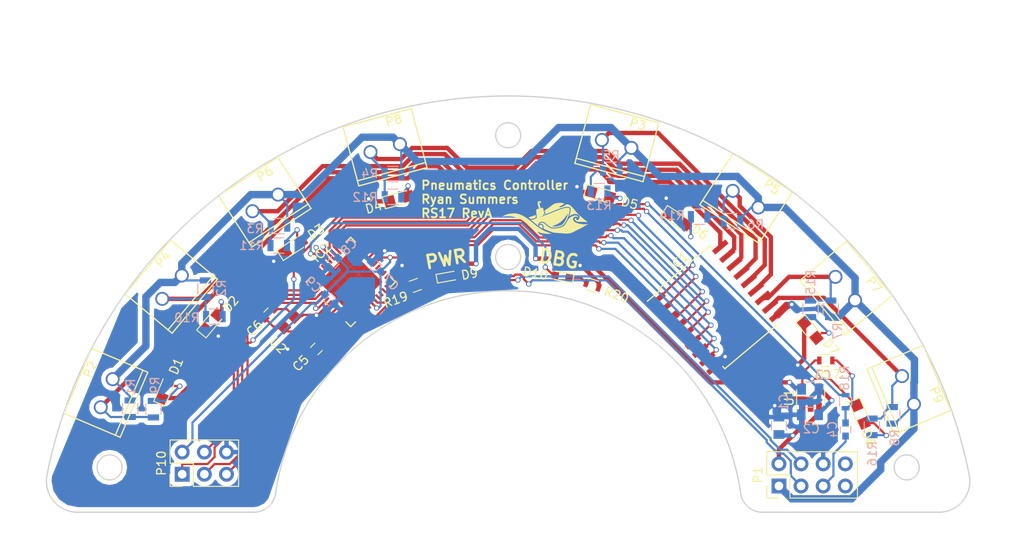
<source format=kicad_pcb>
(kicad_pcb (version 4) (host pcbnew 4.0.5-e0-6337~49~ubuntu16.04.1)
  (layers (0 F.Cu signal) (31 B.Cu signal) (34 B.Paste user) (35 F.Paste user) (36 B.SilkS user) (37 F.SilkS user) (38 B.Mask user) (39 F.Mask user) (44 Edge.Cuts user))
  (net 0 "")
  (net 1 +5V)
  (net 2 GND)
  (net 3 "Net-(C2-Pad1)")
  (net 4 +3V3)
  (net 5 "Net-(C4-Pad1)")
  (net 6 /dtr)
  (net 7 "Net-(C5-Pad1)")
  (net 8 "Net-(C6-Pad1)")
  (net 9 "Net-(D1-Pad2)")
  (net 10 "Net-(D2-Pad2)")
  (net 11 "Net-(D3-Pad2)")
  (net 12 "Net-(D4-Pad2)")
  (net 13 "Net-(D5-Pad2)")
  (net 14 "Net-(D6-Pad2)")
  (net 15 "Net-(D7-Pad2)")
  (net 16 "Net-(D8-Pad2)")
  (net 17 "Net-(D9-Pad1)")
  (net 18 /Microcontroller/DBG_LED)
  (net 19 "Net-(D10-Pad1)")
  (net 20 /PC1)
  (net 21 /PC2)
  (net 22 /PC3)
  (net 23 /PC4)
  (net 24 /PC5)
  (net 25 /PC6)
  (net 26 /PC7)
  (net 27 /PC8)
  (net 28 +12V)
  (net 29 /PN8)
  (net 30 /PN7)
  (net 31 /PN6)
  (net 32 /PN5)
  (net 33 /PN4)
  (net 34 /PN3)
  (net 35 /PN2)
  (net 36 /PN1)
  (net 37 /Microcontroller/MOSI)
  (net 38 /Microcontroller/MISO)
  (net 39 /Microcontroller/SCK)
  (net 40 /Microcontroller/~RST)
  (net 41 /tx_cpu)
  (net 42 /rx_cpu)
  (module Capacitors_SMD:C_0805 (layer B.Cu) (at 187.071 105.1306 90)
    (fp_text reference C1 (at 2.6924 0.5588 90) (layer B.SilkS) (effects (justify mirror)))
    (fp_text value 1u)
    (pad 1 smd rect (at -1 0 90) (size 1 1.25) (layers B.Cu B.Paste B.Mask) (net 1 +5V))
    (pad 2 smd rect (at 1 0 90) (size 1 1.25) (layers B.Cu B.Paste B.Mask) (net 2 GND))
  )
  (module Capacitors_SMD:C_0805 (layer B.Cu) (at 190.627 103.8606 180)
    (fp_text reference C2 (at -0.1524 -1.6256 180) (layer B.SilkS) (effects (justify mirror)))
    (fp_text value 100p)
    (pad 1 smd rect (at -1 0 180) (size 1 1.25) (layers B.Cu B.Paste B.Mask) (net 3 "Net-(C2-Pad1)"))
    (pad 2 smd rect (at 1 0 180) (size 1 1.25) (layers B.Cu B.Paste B.Mask) (net 2 GND))
  )
  (module Capacitors_SMD:C_0805 (layer B.Cu) (at 190.6778 100.9396)
    (fp_text reference C3 (at 1.4478 -1.6002) (layer B.SilkS) (effects (justify mirror)))
    (fp_text value 2.2u)
    (pad 1 smd rect (at -1 0) (size 1 1.25) (layers B.Cu B.Paste B.Mask) (net 4 +3V3))
    (pad 2 smd rect (at 1 0) (size 1 1.25) (layers B.Cu B.Paste B.Mask) (net 2 GND))
  )
  (module Capacitors_SMD:C_0603 (layer B.Cu) (at 194.7164 105.5624 270)
    (fp_text reference C4 (at 0 1.5 270) (layer B.SilkS) (effects (justify mirror)))
    (fp_text value 100nF)
    (pad 1 smd rect (at -0.75 0 270) (size 0.8 0.75) (layers B.Cu B.Paste B.Mask) (net 5 "Net-(C4-Pad1)"))
    (pad 2 smd rect (at 0.75 0 270) (size 0.8 0.75) (layers B.Cu B.Paste B.Mask) (net 6 /dtr))
  )
  (module Capacitors_SMD:C_0603 (layer F.Cu) (at 134.0104 96.3168 225)
    (fp_text reference C5 (at 2.433649 0.098783 225) (layer F.SilkS))
    (fp_text value 18p)
    (pad 1 smd rect (at -0.75 0 225) (size 0.8 0.75) (layers F.Cu F.Paste F.Mask) (net 7 "Net-(C5-Pad1)"))
    (pad 2 smd rect (at 0.75 0 225) (size 0.8 0.75) (layers F.Cu F.Paste F.Mask) (net 2 GND))
  )
  (module Capacitors_SMD:C_0603 (layer F.Cu) (at 128.651 92.2782 45)
    (fp_text reference C6 (at -2.406709 -0.035921 45) (layer F.SilkS))
    (fp_text value 18p)
    (pad 1 smd rect (at -0.75 0 45) (size 0.8 0.75) (layers F.Cu F.Paste F.Mask) (net 8 "Net-(C6-Pad1)"))
    (pad 2 smd rect (at 0.75 0 45) (size 0.8 0.75) (layers F.Cu F.Paste F.Mask) (net 2 GND))
  )
  (module Capacitors_SMD:C_0603 (layer B.Cu) (at 140.843 86.9188 135)
    (fp_text reference C7 (at -2.44263 -0.071842 135) (layer B.SilkS) (effects (justify mirror)))
    (fp_text value 100n)
    (pad 1 smd rect (at -0.75 0 135) (size 0.8 0.75) (layers B.Cu B.Paste B.Mask) (net 4 +3V3))
    (pad 2 smd rect (at 0.75 0 135) (size 0.8 0.75) (layers B.Cu B.Paste B.Mask) (net 2 GND))
  )
  (module Capacitors_SMD:C_0603 (layer B.Cu) (at 135.9408 86.4108 225)
    (fp_text reference C8 (at -2.550393 0 225) (layer B.SilkS) (effects (justify mirror)))
    (fp_text value 100n)
    (pad 1 smd rect (at -0.75 0 225) (size 0.8 0.75) (layers B.Cu B.Paste B.Mask) (net 4 +3V3))
    (pad 2 smd rect (at 0.75 0 225) (size 0.8 0.75) (layers B.Cu B.Paste B.Mask) (net 2 GND))
  )
  (module Capacitors_SMD:C_0603 (layer B.Cu) (at 135.51207 90.60487 315)
    (fp_text reference C9 (at -2.482892 0.143684 315) (layer B.SilkS) (effects (justify mirror)))
    (fp_text value 4.7u)
    (pad 1 smd rect (at -0.75 0 315) (size 0.8 0.75) (layers B.Cu B.Paste B.Mask) (net 4 +3V3))
    (pad 2 smd rect (at 0.75 0 315) (size 0.8 0.75) (layers B.Cu B.Paste B.Mask) (net 2 GND))
  )
  (module LEDs:LED_0805 (layer F.Cu) (at 116.6876 100.9396 67)
    (fp_text reference D1 (at 2.91791 0.113505 67) (layer F.SilkS))
    (fp_text value YLW)
    (pad 2 smd rect (at 1.1 0 247) (size 1.2 1.2) (layers F.Cu F.Paste F.Mask) (net 9 "Net-(D1-Pad2)"))
    (pad 1 smd rect (at -1.1 0 247) (size 1.2 1.2) (layers F.Cu F.Paste F.Mask) (net 2 GND))
  )
  (module LEDs:LED_0805 (layer F.Cu) (at 121.9708 93.218 50)
    (fp_text reference D2 (at 2.977034 0.386661 50) (layer F.SilkS))
    (fp_text value YLW)
    (pad 2 smd rect (at 1.1 0 230) (size 1.2 1.2) (layers F.Cu F.Paste F.Mask) (net 10 "Net-(D2-Pad2)"))
    (pad 1 smd rect (at -1.1 0 230) (size 1.2 1.2) (layers F.Cu F.Paste F.Mask) (net 2 GND))
  )
  (module LEDs:LED_0805 (layer F.Cu) (at 131.3434 84.6074 33)
    (fp_text reference D3 (at 3.156133 -0.009833 33) (layer F.SilkS))
    (fp_text value YLW)
    (pad 2 smd rect (at 1.1 0 213) (size 1.2 1.2) (layers F.Cu F.Paste F.Mask) (net 11 "Net-(D3-Pad2)"))
    (pad 1 smd rect (at -1.1 0 213) (size 1.2 1.2) (layers F.Cu F.Paste F.Mask) (net 2 GND))
  )
  (module LEDs:LED_0805 (layer F.Cu) (at 143.4846 79.0956 15)
    (fp_text reference D4 (at -3.053321 0.20741 15) (layer F.SilkS))
    (fp_text value YLW)
    (pad 2 smd rect (at 1.1 0 195) (size 1.2 1.2) (layers F.Cu F.Paste F.Mask) (net 12 "Net-(D4-Pad2)"))
    (pad 1 smd rect (at -1.1 0 195) (size 1.2 1.2) (layers F.Cu F.Paste F.Mask) (net 2 GND))
  )
  (module LEDs:LED_0805 (layer F.Cu) (at 166.5986 78.5876 345)
    (fp_text reference D5 (at 3.501516 0.113612 345) (layer F.SilkS))
    (fp_text value YLW)
    (pad 2 smd rect (at 1.1 0 165) (size 1.2 1.2) (layers F.Cu F.Paste F.Mask) (net 13 "Net-(D5-Pad2)"))
    (pad 1 smd rect (at -1.1 0 165) (size 1.2 1.2) (layers F.Cu F.Paste F.Mask) (net 2 GND))
  )
  (module LEDs:LED_0805 (layer F.Cu) (at 175.4124 81.4324 327)
    (fp_text reference D6 (at 2.989024 -0.154219 327) (layer F.SilkS))
    (fp_text value YLW)
    (pad 2 smd rect (at 1.1 0 147) (size 1.2 1.2) (layers F.Cu F.Paste F.Mask) (net 14 "Net-(D6-Pad2)"))
    (pad 1 smd rect (at -1.1 0 147) (size 1.2 1.2) (layers F.Cu F.Paste F.Mask) (net 2 GND))
  )
  (module LEDs:LED_0805 (layer F.Cu) (at 190.6778 94.2086 310)
    (fp_text reference D7 (at 2.95825 -0.601367 310) (layer F.SilkS))
    (fp_text value YLW)
    (pad 2 smd rect (at 1.1 0 130) (size 1.2 1.2) (layers F.Cu F.Paste F.Mask) (net 15 "Net-(D7-Pad2)"))
    (pad 1 smd rect (at -1.1 0 130) (size 1.2 1.2) (layers F.Cu F.Paste F.Mask) (net 2 GND))
  )
  (module LEDs:LED_0805 (layer F.Cu) (at 196.4182 103.8098 293)
    (fp_text reference D8 (at 2.915719 0.216688 293) (layer F.SilkS))
    (fp_text value YLW)
    (pad 2 smd rect (at 1.1 0 113) (size 1.2 1.2) (layers F.Cu F.Paste F.Mask) (net 16 "Net-(D8-Pad2)"))
    (pad 1 smd rect (at -1.1 0 113) (size 1.2 1.2) (layers F.Cu F.Paste F.Mask) (net 2 GND))
  )
  (module LEDs:LED_0603 (layer F.Cu) (at 149.098 88.0364 10)
    (fp_text reference D9 (at 2.504311 0.132076 10) (layer F.SilkS))
    (fp_text value LED)
    (pad 2 smd rect (at 0.8 0 190) (size 0.8 0.8) (layers F.Cu F.Paste F.Mask) (net 4 +3V3))
    (pad 1 smd rect (at -0.8 0 190) (size 0.8 0.8) (layers F.Cu F.Paste F.Mask) (net 17 "Net-(D9-Pad1)"))
  )
  (module LEDs:LED_0603 (layer F.Cu) (at 162.2044 88.011 170)
    (fp_text reference D10 (at 3.088457 -0.183493 170) (layer F.SilkS))
    (fp_text value LED)
    (pad 2 smd rect (at 0.8 0 350) (size 0.8 0.8) (layers F.Cu F.Paste F.Mask) (net 18 /Microcontroller/DBG_LED))
    (pad 1 smd rect (at -0.8 0 350) (size 0.8 0.8) (layers F.Cu F.Paste F.Mask) (net 19 "Net-(D10-Pad1)"))
  )
  (module Housings_SOIC:SOIC-18W_7.5x11.6mm_Pitch1.27mm (layer F.Cu) (at 180.0098 91.5416 40)
    (fp_text reference IC1 (at 0 -6.875 40) (layer F.SilkS))
    (fp_text value ULN2803A)
    (pad 1 smd rect (at -4.7 -5.08 40) (size 2 0.6) (layers F.Cu F.Paste F.Mask) (net 20 /PC1))
    (pad 2 smd rect (at -4.7 -3.81 40) (size 2 0.6) (layers F.Cu F.Paste F.Mask) (net 21 /PC2))
    (pad 3 smd rect (at -4.7 -2.54 40) (size 2 0.6) (layers F.Cu F.Paste F.Mask) (net 22 /PC3))
    (pad 4 smd rect (at -4.7 -1.27 40) (size 2 0.6) (layers F.Cu F.Paste F.Mask) (net 23 /PC4))
    (pad 5 smd rect (at -4.7 0 40) (size 2 0.6) (layers F.Cu F.Paste F.Mask) (net 24 /PC5))
    (pad 6 smd rect (at -4.7 1.27 40) (size 2 0.6) (layers F.Cu F.Paste F.Mask) (net 25 /PC6))
    (pad 7 smd rect (at -4.7 2.54 40) (size 2 0.6) (layers F.Cu F.Paste F.Mask) (net 26 /PC7))
    (pad 8 smd rect (at -4.7 3.81 40) (size 2 0.6) (layers F.Cu F.Paste F.Mask) (net 27 /PC8))
    (pad 9 smd rect (at -4.7 5.08 40) (size 2 0.6) (layers F.Cu F.Paste F.Mask) (net 2 GND))
    (pad 10 smd rect (at 4.7 5.08 40) (size 2 0.6) (layers F.Cu F.Paste F.Mask) (net 28 +12V))
    (pad 11 smd rect (at 4.7 3.81 40) (size 2 0.6) (layers F.Cu F.Paste F.Mask) (net 29 /PN8))
    (pad 12 smd rect (at 4.7 2.54 40) (size 2 0.6) (layers F.Cu F.Paste F.Mask) (net 30 /PN7))
    (pad 13 smd rect (at 4.7 1.27 40) (size 2 0.6) (layers F.Cu F.Paste F.Mask) (net 31 /PN6))
    (pad 14 smd rect (at 4.7 0 40) (size 2 0.6) (layers F.Cu F.Paste F.Mask) (net 32 /PN5))
    (pad 15 smd rect (at 4.7 -1.27 40) (size 2 0.6) (layers F.Cu F.Paste F.Mask) (net 33 /PN4))
    (pad 16 smd rect (at 4.7 -2.54 40) (size 2 0.6) (layers F.Cu F.Paste F.Mask) (net 34 /PN3))
    (pad 17 smd rect (at 4.7 -3.81 40) (size 2 0.6) (layers F.Cu F.Paste F.Mask) (net 35 /PN2))
    (pad 18 smd rect (at 4.7 -5.08 40) (size 2 0.6) (layers F.Cu F.Paste F.Mask) (net 36 /PN1))
  )
  (module Housings_DFN_QFN:QFN-44-1EP_7x7mm_Pitch0.5mm (layer F.Cu) (at 137.94655 88.63725 45)
    (fp_text reference IC2 (at 0 -4.75 45) (layer F.SilkS))
    (fp_text value ATMEGA1284P-M)
    (pad 1 smd rect (at -3.4 -2.5 45) (size 0.7 0.25) (layers F.Cu F.Paste F.Mask) (net 37 /Microcontroller/MOSI))
    (pad 2 smd rect (at -3.4 -2 45) (size 0.7 0.25) (layers F.Cu F.Paste F.Mask) (net 38 /Microcontroller/MISO))
    (pad 3 smd rect (at -3.4 -1.5 45) (size 0.7 0.25) (layers F.Cu F.Paste F.Mask) (net 39 /Microcontroller/SCK))
    (pad 4 smd rect (at -3.4 -1 45) (size 0.7 0.25) (layers F.Cu F.Paste F.Mask) (net 40 /Microcontroller/~RST))
    (pad 5 smd rect (at -3.4 -0.5 45) (size 0.7 0.25) (layers F.Cu F.Paste F.Mask) (net 4 +3V3))
    (pad 6 smd rect (at -3.4 0 45) (size 0.7 0.25) (layers F.Cu F.Paste F.Mask) (net 2 GND))
    (pad 7 smd rect (at -3.4 0.5 45) (size 0.7 0.25) (layers F.Cu F.Paste F.Mask) (net 8 "Net-(C6-Pad1)"))
    (pad 8 smd rect (at -3.4 1 45) (size 0.7 0.25) (layers F.Cu F.Paste F.Mask) (net 7 "Net-(C5-Pad1)"))
    (pad 9 smd rect (at -3.4 1.5 45) (size 0.7 0.25) (layers F.Cu F.Paste F.Mask) (net 41 /tx_cpu))
    (pad 10 smd rect (at -3.4 2 45) (size 0.7 0.25) (layers F.Cu F.Paste F.Mask) (net 42 /rx_cpu))
    (pad 11 smd rect (at -3.4 2.5 45) (size 0.7 0.25) (layers F.Cu F.Paste F.Mask))
    (pad 12 smd rect (at -2.5 3.4 135) (size 0.7 0.25) (layers F.Cu F.Paste F.Mask))
    (pad 13 smd rect (at -2 3.4 135) (size 0.7 0.25) (layers F.Cu F.Paste F.Mask))
    (pad 14 smd rect (at -1.5 3.4 135) (size 0.7 0.25) (layers F.Cu F.Paste F.Mask))
    (pad 15 smd rect (at -1 3.4 135) (size 0.7 0.25) (layers F.Cu F.Paste F.Mask))
    (pad 16 smd rect (at -0.5 3.4 135) (size 0.7 0.25) (layers F.Cu F.Paste F.Mask))
    (pad 17 smd rect (at 0 3.4 135) (size 0.7 0.25) (layers F.Cu F.Paste F.Mask) (net 4 +3V3))
    (pad 18 smd rect (at 0.5 3.4 135) (size 0.7 0.25) (layers F.Cu F.Paste F.Mask) (net 2 GND))
    (pad 19 smd rect (at 1 3.4 135) (size 0.7 0.25) (layers F.Cu F.Paste F.Mask))
    (pad 20 smd rect (at 1.5 3.4 135) (size 0.7 0.25) (layers F.Cu F.Paste F.Mask))
    (pad 21 smd rect (at 2 3.4 135) (size 0.7 0.25) (layers F.Cu F.Paste F.Mask))
    (pad 22 smd rect (at 2.5 3.4 135) (size 0.7 0.25) (layers F.Cu F.Paste F.Mask))
    (pad 23 smd rect (at 3.4 2.5 45) (size 0.7 0.25) (layers F.Cu F.Paste F.Mask))
    (pad 24 smd rect (at 3.4 2 45) (size 0.7 0.25) (layers F.Cu F.Paste F.Mask))
    (pad 25 smd rect (at 3.4 1.5 45) (size 0.7 0.25) (layers F.Cu F.Paste F.Mask))
    (pad 26 smd rect (at 3.4 1 45) (size 0.7 0.25) (layers F.Cu F.Paste F.Mask))
    (pad 27 smd rect (at 3.4 0.5 45) (size 0.7 0.25) (layers F.Cu F.Paste F.Mask) (net 4 +3V3))
    (pad 28 smd rect (at 3.4 0 45) (size 0.7 0.25) (layers F.Cu F.Paste F.Mask) (net 2 GND))
    (pad 29 smd rect (at 3.4 -0.5 45) (size 0.7 0.25) (layers F.Cu F.Paste F.Mask) (net 2 GND))
    (pad 30 smd rect (at 3.4 -1 45) (size 0.7 0.25) (layers F.Cu F.Paste F.Mask) (net 27 /PC8))
    (pad 31 smd rect (at 3.4 -1.5 45) (size 0.7 0.25) (layers F.Cu F.Paste F.Mask) (net 26 /PC7))
    (pad 32 smd rect (at 3.4 -2 45) (size 0.7 0.25) (layers F.Cu F.Paste F.Mask) (net 25 /PC6))
    (pad 33 smd rect (at 3.4 -2.5 45) (size 0.7 0.25) (layers F.Cu F.Paste F.Mask) (net 24 /PC5))
    (pad 34 smd rect (at 2.5 -3.4 135) (size 0.7 0.25) (layers F.Cu F.Paste F.Mask) (net 23 /PC4))
    (pad 35 smd rect (at 2 -3.4 135) (size 0.7 0.25) (layers F.Cu F.Paste F.Mask) (net 22 /PC3))
    (pad 36 smd rect (at 1.5 -3.4 135) (size 0.7 0.25) (layers F.Cu F.Paste F.Mask) (net 21 /PC2))
    (pad 37 smd rect (at 1 -3.4 135) (size 0.7 0.25) (layers F.Cu F.Paste F.Mask) (net 20 /PC1))
    (pad 38 smd rect (at 0.5 -3.4 135) (size 0.7 0.25) (layers F.Cu F.Paste F.Mask) (net 4 +3V3))
    (pad 39 smd rect (at 0 -3.4 135) (size 0.7 0.25) (layers F.Cu F.Paste F.Mask) (net 2 GND))
    (pad 40 smd rect (at -0.5 -3.4 135) (size 0.7 0.25) (layers F.Cu F.Paste F.Mask) (net 18 /Microcontroller/DBG_LED))
    (pad 41 smd rect (at -1 -3.4 135) (size 0.7 0.25) (layers F.Cu F.Paste F.Mask))
    (pad 42 smd rect (at -1.5 -3.4 135) (size 0.7 0.25) (layers F.Cu F.Paste F.Mask))
    (pad 43 smd rect (at -2 -3.4 135) (size 0.7 0.25) (layers F.Cu F.Paste F.Mask))
    (pad 44 smd rect (at -2.5 -3.4 135) (size 0.7 0.25) (layers F.Cu F.Paste F.Mask))
    (pad 45 smd rect (at 1.93125 1.93125 45) (size 1.2875 1.2875) (layers F.Cu F.Paste F.Mask))
    (pad 45 smd rect (at 1.93125 0.64375 45) (size 1.2875 1.2875) (layers F.Cu F.Paste F.Mask))
    (pad 45 smd rect (at 1.93125 -0.64375 45) (size 1.2875 1.2875) (layers F.Cu F.Paste F.Mask))
    (pad 45 smd rect (at 1.93125 -1.93125 45) (size 1.2875 1.2875) (layers F.Cu F.Paste F.Mask))
    (pad 45 smd rect (at 0.64375 1.93125 45) (size 1.2875 1.2875) (layers F.Cu F.Paste F.Mask))
    (pad 45 smd rect (at 0.64375 0.64375 45) (size 1.2875 1.2875) (layers F.Cu F.Paste F.Mask))
    (pad 45 smd rect (at 0.64375 -0.64375 45) (size 1.2875 1.2875) (layers F.Cu F.Paste F.Mask))
    (pad 45 smd rect (at 0.64375 -1.93125 45) (size 1.2875 1.2875) (layers F.Cu F.Paste F.Mask))
    (pad 45 smd rect (at -0.64375 1.93125 45) (size 1.2875 1.2875) (layers F.Cu F.Paste F.Mask))
    (pad 45 smd rect (at -0.64375 0.64375 45) (size 1.2875 1.2875) (layers F.Cu F.Paste F.Mask))
    (pad 45 smd rect (at -0.64375 -0.64375 45) (size 1.2875 1.2875) (layers F.Cu F.Paste F.Mask))
    (pad 45 smd rect (at -0.64375 -1.93125 45) (size 1.2875 1.2875) (layers F.Cu F.Paste F.Mask))
    (pad 45 smd rect (at -1.93125 1.93125 45) (size 1.2875 1.2875) (layers F.Cu F.Paste F.Mask))
    (pad 45 smd rect (at -1.93125 0.64375 45) (size 1.2875 1.2875) (layers F.Cu F.Paste F.Mask))
    (pad 45 smd rect (at -1.93125 -0.64375 45) (size 1.2875 1.2875) (layers F.Cu F.Paste F.Mask))
    (pad 45 smd rect (at -1.93125 -1.93125 45) (size 1.2875 1.2875) (layers F.Cu F.Paste F.Mask))
  )
  (module robosub_footprints:Screw-Terminal-2-3.5mm (layer F.Cu) (at 109.9566 101.3968 247)
    (fp_text reference P2 (at -1.778 2.794 247) (layer F.SilkS))
    (fp_text value CONN_01X02)
    (pad 2 thru_hole circle (at 1.75 0 247) (size 1.6 1.6) (drill 1.2) (layers *.Cu *.Mask) (net 36 /PN1))
    (pad 1 thru_hole circle (at -1.75 0 247) (size 1.6 1.6) (drill 1.2) (layers *.Cu *.Mask) (net 28 +12V))
  )
  (module robosub_footprints:Screw-Terminal-2-3.5mm (layer F.Cu) (at 168.4528 72.7964 165)
    (fp_text reference P3 (at -1.778 2.794 165) (layer F.SilkS))
    (fp_text value CONN_01X02)
    (pad 2 thru_hole circle (at 1.75 0 165) (size 1.6 1.6) (drill 1.2) (layers *.Cu *.Mask) (net 32 /PN5))
    (pad 1 thru_hole circle (at -1.75 0 165) (size 1.6 1.6) (drill 1.2) (layers *.Cu *.Mask) (net 28 +12V))
  )
  (module robosub_footprints:Screw-Terminal-2-3.5mm (layer F.Cu) (at 117.4496 89.2302 230)
    (fp_text reference P4 (at -1.778 2.794 230) (layer F.SilkS))
    (fp_text value CONN_01X02)
    (pad 2 thru_hole circle (at 1.75 0 230) (size 1.6 1.6) (drill 1.2) (layers *.Cu *.Mask) (net 35 /PN2))
    (pad 1 thru_hole circle (at -1.75 0 230) (size 1.6 1.6) (drill 1.2) (layers *.Cu *.Mask) (net 28 +12V))
  )
  (module robosub_footprints:Screw-Terminal-2-3.5mm (layer F.Cu) (at 183.241127 79.133082 147)
    (fp_text reference P5 (at -1.778 2.794 147) (layer F.SilkS))
    (fp_text value CONN_01X02)
    (pad 2 thru_hole circle (at 1.75 0 147) (size 1.6 1.6) (drill 1.2) (layers *.Cu *.Mask) (net 31 /PN6))
    (pad 1 thru_hole circle (at -1.75 0 147) (size 1.6 1.6) (drill 1.2) (layers *.Cu *.Mask) (net 28 +12V))
  )
  (module robosub_footprints:Screw-Terminal-2-3.5mm (layer F.Cu) (at 128.148527 79.566118 213)
    (fp_text reference P6 (at -1.778 2.794 213) (layer F.SilkS))
    (fp_text value CONN_01X02)
    (pad 2 thru_hole circle (at 1.75 0 213) (size 1.6 1.6) (drill 1.2) (layers *.Cu *.Mask) (net 34 /PN3))
    (pad 1 thru_hole circle (at -1.75 0 213) (size 1.6 1.6) (drill 1.2) (layers *.Cu *.Mask) (net 28 +12V))
  )
  (module robosub_footprints:Screw-Terminal-2-3.5mm (layer F.Cu) (at 194.683722 89.388222 130)
    (fp_text reference P7 (at -1.778 2.794 130) (layer F.SilkS))
    (fp_text value CONN_01X02)
    (pad 2 thru_hole circle (at 1.75 0 130) (size 1.6 1.6) (drill 1.2) (layers *.Cu *.Mask) (net 30 /PN7))
    (pad 1 thru_hole circle (at -1.75 0 130) (size 1.6 1.6) (drill 1.2) (layers *.Cu *.Mask) (net 28 +12V))
  )
  (module robosub_footprints:Screw-Terminal-2-3.5mm (layer F.Cu) (at 141.9098 73.279 195)
    (fp_text reference P8 (at -1.778 2.794 195) (layer F.SilkS))
    (fp_text value CONN_01X02)
    (pad 2 thru_hole circle (at 1.75 0 195) (size 1.6 1.6) (drill 1.2) (layers *.Cu *.Mask) (net 33 /PN4))
    (pad 1 thru_hole circle (at -1.75 0 195) (size 1.6 1.6) (drill 1.2) (layers *.Cu *.Mask) (net 28 +12V))
  )
  (module robosub_footprints:Screw-Terminal-2-3.5mm (layer F.Cu) (at 201.8792 101.0412 113)
    (fp_text reference P9 (at -1.778 2.794 113) (layer F.SilkS))
    (fp_text value CONN_01X02)
    (pad 2 thru_hole circle (at 1.75 0 113) (size 1.6 1.6) (drill 1.2) (layers *.Cu *.Mask) (net 29 /PN8))
    (pad 1 thru_hole circle (at -1.75 0 113) (size 1.6 1.6) (drill 1.2) (layers *.Cu *.Mask) (net 28 +12V))
  )
  (module Pin_Headers:Pin_Header_Straight_2x03_Pitch2.54mm (layer F.Cu) (at 118.618 110.6932 90)
    (fp_text reference P10 (at 1.27 -2.39 90) (layer F.SilkS))
    (fp_text value CONN_02X03)
    (pad 1 thru_hole rect (at 0 0 90) (size 1.7 1.7) (drill 1) (layers *.Cu *.Mask) (net 38 /Microcontroller/MISO))
    (pad 2 thru_hole oval (at 2.54 0 90) (size 1.7 1.7) (drill 1) (layers *.Cu *.Mask) (net 4 +3V3))
    (pad 3 thru_hole oval (at 0 2.54 90) (size 1.7 1.7) (drill 1) (layers *.Cu *.Mask) (net 39 /Microcontroller/SCK))
    (pad 4 thru_hole oval (at 2.54 2.54 90) (size 1.7 1.7) (drill 1) (layers *.Cu *.Mask) (net 37 /Microcontroller/MOSI))
    (pad 5 thru_hole oval (at 0 5.08 90) (size 1.7 1.7) (drill 1) (layers *.Cu *.Mask) (net 40 /Microcontroller/~RST))
    (pad 6 thru_hole oval (at 2.54 5.08 90) (size 1.7 1.7) (drill 1) (layers *.Cu *.Mask) (net 2 GND))
  )
  (module Resistors_SMD:R_0805 (layer B.Cu) (at 112.649 103.1748 270)
    (fp_text reference R1 (at -2.4892 -0.0508 270) (layer B.SilkS) (effects (justify mirror)))
    (fp_text value R)
    (pad 1 smd rect (at -0.95 0 270) (size 0.7 1.3) (layers B.Cu B.Paste B.Mask) (net 28 +12V))
    (pad 2 smd rect (at 0.95 0 270) (size 0.7 1.3) (layers B.Cu B.Paste B.Mask) (net 36 /PN1))
  )
  (module Resistors_SMD:R_0805 (layer B.Cu) (at 121.285 89.408 270)
    (fp_text reference R2 (at -0.0762 -1.8288 270) (layer B.SilkS) (effects (justify mirror)))
    (fp_text value R)
    (pad 1 smd rect (at -0.95 0 270) (size 0.7 1.3) (layers B.Cu B.Paste B.Mask) (net 28 +12V))
    (pad 2 smd rect (at 0.95 0 270) (size 0.7 1.3) (layers B.Cu B.Paste B.Mask) (net 35 /PN2))
  )
  (module Resistors_SMD:R_0805 (layer B.Cu) (at 129.7178 82.2198 180)
    (fp_text reference R3 (at 2.7432 -0.3048 180) (layer B.SilkS) (effects (justify mirror)))
    (fp_text value R)
    (pad 1 smd rect (at -0.95 0 180) (size 0.7 1.3) (layers B.Cu B.Paste B.Mask) (net 28 +12V))
    (pad 2 smd rect (at 0.95 0 180) (size 0.7 1.3) (layers B.Cu B.Paste B.Mask) (net 34 /PN3))
  )
  (module Resistors_SMD:R_0805 (layer B.Cu) (at 142.7988 76.2508 180)
    (fp_text reference R4 (at 2.667 0.0508 180) (layer B.SilkS) (effects (justify mirror)))
    (fp_text value R)
    (pad 1 smd rect (at -0.95 0 180) (size 0.7 1.3) (layers B.Cu B.Paste B.Mask) (net 28 +12V))
    (pad 2 smd rect (at 0.95 0 180) (size 0.7 1.3) (layers B.Cu B.Paste B.Mask) (net 33 /PN4))
  )
  (module Resistors_SMD:R_0805 (layer B.Cu) (at 167.8432 75.7682 180)
    (fp_text reference R5 (at 0 1.65 180) (layer B.SilkS) (effects (justify mirror)))
    (fp_text value R)
    (pad 1 smd rect (at -0.95 0 180) (size 0.7 1.3) (layers B.Cu B.Paste B.Mask) (net 28 +12V))
    (pad 2 smd rect (at 0.95 0 180) (size 0.7 1.3) (layers B.Cu B.Paste B.Mask) (net 32 /PN5))
  )
  (module Resistors_SMD:R_0805 (layer B.Cu) (at 181.6862 81.661 180)
    (fp_text reference R6 (at -2.7178 -0.381 180) (layer B.SilkS) (effects (justify mirror)))
    (fp_text value R)
    (pad 1 smd rect (at -0.95 0 180) (size 0.7 1.3) (layers B.Cu B.Paste B.Mask) (net 28 +12V))
    (pad 2 smd rect (at 0.95 0 180) (size 0.7 1.3) (layers B.Cu B.Paste B.Mask) (net 31 /PN6))
  )
  (module Resistors_SMD:R_0805 (layer B.Cu) (at 193.0146 91.7194 90)
    (fp_text reference R7 (at -2.54 0.7874 90) (layer B.SilkS) (effects (justify mirror)))
    (fp_text value R)
    (pad 1 smd rect (at -0.95 0 90) (size 0.7 1.3) (layers B.Cu B.Paste B.Mask) (net 28 +12V))
    (pad 2 smd rect (at 0.95 0 90) (size 0.7 1.3) (layers B.Cu B.Paste B.Mask) (net 30 /PN7))
  )
  (module Resistors_SMD:R_0805 (layer B.Cu) (at 200.0758 103.9368 90)
    (fp_text reference R8 (at -2.5654 0.2794 90) (layer B.SilkS) (effects (justify mirror)))
    (fp_text value R)
    (pad 1 smd rect (at -0.95 0 90) (size 0.7 1.3) (layers B.Cu B.Paste B.Mask) (net 28 +12V))
    (pad 2 smd rect (at 0.95 0 90) (size 0.7 1.3) (layers B.Cu B.Paste B.Mask) (net 29 /PN8))
  )
  (module Resistors_SMD:R_0805 (layer B.Cu) (at 115.316 103.2256 90)
    (fp_text reference R9 (at 2.7686 0.1778 90) (layer B.SilkS) (effects (justify mirror)))
    (fp_text value R)
    (pad 1 smd rect (at -0.95 0 90) (size 0.7 1.3) (layers B.Cu B.Paste B.Mask) (net 36 /PN1))
    (pad 2 smd rect (at 0.95 0 90) (size 0.7 1.3) (layers B.Cu B.Paste B.Mask) (net 9 "Net-(D1-Pad2)"))
  )
  (module Resistors_SMD:R_0805 (layer B.Cu) (at 122.301 92.6084)
    (fp_text reference R10 (at -3.1496 0.127) (layer B.SilkS) (effects (justify mirror)))
    (fp_text value R)
    (pad 1 smd rect (at -0.95 0) (size 0.7 1.3) (layers B.Cu B.Paste B.Mask) (net 35 /PN2))
    (pad 2 smd rect (at 0.95 0) (size 0.7 1.3) (layers B.Cu B.Paste B.Mask) (net 10 "Net-(D2-Pad2)"))
  )
  (module Resistors_SMD:R_0805 (layer B.Cu) (at 129.6924 84.455)
    (fp_text reference R11 (at -3.0988 0) (layer B.SilkS) (effects (justify mirror)))
    (fp_text value R)
    (pad 1 smd rect (at -0.95 0) (size 0.7 1.3) (layers B.Cu B.Paste B.Mask) (net 34 /PN3))
    (pad 2 smd rect (at 0.95 0) (size 0.7 1.3) (layers B.Cu B.Paste B.Mask) (net 11 "Net-(D3-Pad2)"))
  )
  (module Resistors_SMD:R_0805 (layer B.Cu) (at 142.7988 78.867)
    (fp_text reference R12 (at -3.2004 0.0508) (layer B.SilkS) (effects (justify mirror)))
    (fp_text value R)
    (pad 1 smd rect (at -0.95 0) (size 0.7 1.3) (layers B.Cu B.Paste B.Mask) (net 33 /PN4))
    (pad 2 smd rect (at 0.95 0) (size 0.7 1.3) (layers B.Cu B.Paste B.Mask) (net 12 "Net-(D4-Pad2)"))
  )
  (module Resistors_SMD:R_0805 (layer B.Cu) (at 166.4462 78.2066)
    (fp_text reference R13 (at 0 1.65) (layer B.SilkS) (effects (justify mirror)))
    (fp_text value R)
    (pad 1 smd rect (at -0.95 0) (size 0.7 1.3) (layers B.Cu B.Paste B.Mask) (net 32 /PN5))
    (pad 2 smd rect (at 0.95 0) (size 0.7 1.3) (layers B.Cu B.Paste B.Mask) (net 13 "Net-(D5-Pad2)"))
  )
  (module Resistors_SMD:R_0805 (layer B.Cu) (at 177.927 81.153 180)
    (fp_text reference R14 (at 3.1242 0.1524 180) (layer B.SilkS) (effects (justify mirror)))
    (fp_text value R)
    (pad 1 smd rect (at -0.95 0 180) (size 0.7 1.3) (layers B.Cu B.Paste B.Mask) (net 31 /PN6))
    (pad 2 smd rect (at 0.95 0 180) (size 0.7 1.3) (layers B.Cu B.Paste B.Mask) (net 14 "Net-(D6-Pad2)"))
  )
  (module Resistors_SMD:R_0805 (layer B.Cu) (at 190.7032 91.7194 270)
    (fp_text reference R15 (at -3.048 -0.0254 270) (layer B.SilkS) (effects (justify mirror)))
    (fp_text value R)
    (pad 1 smd rect (at -0.95 0 270) (size 0.7 1.3) (layers B.Cu B.Paste B.Mask) (net 30 /PN7))
    (pad 2 smd rect (at 0.95 0 270) (size 0.7 1.3) (layers B.Cu B.Paste B.Mask) (net 15 "Net-(D7-Pad2)"))
  )
  (module Resistors_SMD:R_0805 (layer B.Cu) (at 197.739 105.2576 270)
    (fp_text reference R16 (at 3.0734 -0.0508 270) (layer B.SilkS) (effects (justify mirror)))
    (fp_text value R)
    (pad 1 smd rect (at -0.95 0 270) (size 0.7 1.3) (layers B.Cu B.Paste B.Mask) (net 29 /PN8))
    (pad 2 smd rect (at 0.95 0 270) (size 0.7 1.3) (layers B.Cu B.Paste B.Mask) (net 16 "Net-(D8-Pad2)"))
  )
  (module Resistors_SMD:R_0603 (layer F.Cu) (at 192.4558 97.6376)
    (fp_text reference R17 (at 0.2667 1.5875) (layer F.SilkS))
    (fp_text value 10k)
    (pad 1 smd rect (at -0.75 0) (size 0.5 0.9) (layers F.Cu F.Paste F.Mask) (net 4 +3V3))
    (pad 2 smd rect (at 0.75 0) (size 0.5 0.9) (layers F.Cu F.Paste F.Mask) (net 5 "Net-(C4-Pad1)"))
  )
  (module Resistors_SMD:R_0603 (layer B.Cu) (at 194.7164 102.362 270)
    (fp_text reference R18 (at -2.7178 0.1016 270) (layer B.SilkS) (effects (justify mirror)))
    (fp_text value 1k)
    (pad 1 smd rect (at -0.75 0 270) (size 0.5 0.9) (layers B.Cu B.Paste B.Mask) (net 40 /Microcontroller/~RST))
    (pad 2 smd rect (at 0.75 0 270) (size 0.5 0.9) (layers B.Cu B.Paste B.Mask) (net 5 "Net-(C4-Pad1)"))
  )
  (module Resistors_SMD:R_0603 (layer F.Cu) (at 145.3642 89.027 200)
    (fp_text reference R19 (at 2.688944 -0.778262 200) (layer F.SilkS))
    (fp_text value 65)
    (pad 1 smd rect (at -0.75 0 200) (size 0.5 0.9) (layers F.Cu F.Paste F.Mask) (net 17 "Net-(D9-Pad1)"))
    (pad 2 smd rect (at 0.75 0 200) (size 0.5 0.9) (layers F.Cu F.Paste F.Mask) (net 2 GND))
  )
  (module Resistors_SMD:R_0603 (layer F.Cu) (at 165.6842 89.027 340)
    (fp_text reference R20 (at 2.951319 0.088103 340) (layer F.SilkS))
    (fp_text value 65)
    (pad 1 smd rect (at -0.75 0 340) (size 0.5 0.9) (layers F.Cu F.Paste F.Mask) (net 19 "Net-(D10-Pad1)"))
    (pad 2 smd rect (at 0.75 0 340) (size 0.5 0.9) (layers F.Cu F.Paste F.Mask) (net 2 GND))
  )
  (module TO_SOT_Packages_SMD:SOT-23-5 (layer F.Cu) (at 190.7134 101.897 90)
    (fp_text reference U1 (at 0 -2.474 90) (layer F.SilkS))
    (fp_text value AP2210)
    (pad 1 smd rect (at -1.1 -0.95 90) (size 1.06 0.65) (layers F.Cu F.Paste F.Mask) (net 1 +5V))
    (pad 2 smd rect (at -1.1 0 90) (size 1.06 0.65) (layers F.Cu F.Paste F.Mask) (net 2 GND))
    (pad 3 smd rect (at -1.1 0.95 90) (size 1.06 0.65) (layers F.Cu F.Paste F.Mask) (net 1 +5V))
    (pad 4 smd rect (at 1.1 0.95 90) (size 1.06 0.65) (layers F.Cu F.Paste F.Mask) (net 3 "Net-(C2-Pad1)"))
    (pad 5 smd rect (at 1.1 -0.95 90) (size 1.06 0.65) (layers F.Cu F.Paste F.Mask) (net 4 +3V3))
  )
  (module robosub_footprints:DFN-4 (layer F.Cu) (at 131.5974 93.9292 315)
    (fp_text reference U2 (at 0 2.794 315) (layer F.SilkS))
    (fp_text value TSX-3225)
    (pad 2 smd rect (at 1.1 0.85 315) (size 1.4 1.2) (layers F.Cu F.Paste F.Mask) (net 2 GND))
    (pad 1 smd rect (at -1.1 0.85 315) (size 1.4 1.2) (layers F.Cu F.Paste F.Mask) (net 8 "Net-(C6-Pad1)"))
    (pad 4 smd rect (at -1.1 -0.85 315) (size 1.4 1.2) (layers F.Cu F.Paste F.Mask) (net 2 GND))
    (pad 3 smd rect (at 1.1 -0.85 315) (size 1.4 1.2) (layers F.Cu F.Paste F.Mask) (net 7 "Net-(C5-Pad1)"))
  )
  (module Pin_Headers:Pin_Header_Straight_2x04_Pitch2.54mm (layer F.Cu) (at 187.071 112.0394 90)
    (fp_text reference P1 (at 1.27 -2.39 90) (layer F.SilkS))
    (fp_text value CONN_01X06)
    (pad 1 thru_hole rect (at 0 0 90) (size 1.7 1.7) (drill 1) (layers *.Cu *.Mask) (net 28 +12V))
    (pad 2 thru_hole oval (at 2.54 0 90) (size 1.7 1.7) (drill 1) (layers *.Cu *.Mask) (net 1 +5V))
    (pad 3 thru_hole oval (at 0 2.54 90) (size 1.7 1.7) (drill 1) (layers *.Cu *.Mask) (net 42 /rx_cpu))
    (pad 4 thru_hole oval (at 2.54 2.54 90) (size 1.7 1.7) (drill 1) (layers *.Cu *.Mask) (net 41 /tx_cpu))
    (pad 5 thru_hole oval (at 0 5.08 90) (size 1.7 1.7) (drill 1) (layers *.Cu *.Mask) (net 6 /dtr))
    (pad 6 thru_hole oval (at 2.54 5.08 90) (size 1.7 1.7) (drill 1) (layers *.Cu *.Mask) (net 2 GND))
    (pad 7 thru_hole oval (at 0 7.62 90) (size 1.7 1.7) (drill 1) (layers *.Cu *.Mask))
    (pad 8 thru_hole oval (at 2.54 7.62 90) (size 1.7 1.7) (drill 1) (layers *.Cu *.Mask))
  )
  (module robosub_footprints:robosub_logo-medium (layer F.Cu) (at 160.3502 81.3562)
    (fp_text reference G*** hide)
    (fp_text value LOGO hide)
  )
  (gr_text DBG (at 161.8361 85.9917 350) (layer F.SilkS) (effects (font (size 1.5 1.5) (thickness 0.3))))
  (gr_text PWR (at 148.8694 86.0171 10) (layer F.SilkS) (effects (font (size 1.5 1.5) (thickness 0.3))))
  (gr_text "Pneumatics Controller\nRyan Summers\nRS17 RevA" (at 145.923 79.1464) (layer F.SilkS) (effects (font (size 1 1) (thickness 0.2)) (justify left)))
  (gr_arc (start 106.59417 111.4933) (end 103.113028 110.766986) (angle -101.8) (layer Edge.Cuts) (width 0.15))
  (gr_arc (start 156.0068 121.212769) (end 208.908572 110.806986) (angle -157.7) (layer Edge.Cuts) (width 0.15))
  (gr_arc (start 205.41943 111.4933) (end 205.41943 115.0493) (angle -101.1) (layer Edge.Cuts) (width 0.15))
  (gr_arc (start 126.824422 112.5093) (end 126.824422 115.0493) (angle -82.5) (layer Edge.Cuts) (width 0.15))
  (gr_line (start 106.59417 115.0493) (end 126.824422 115.0493) (layer Edge.Cuts) (width 0.15))
  (gr_circle (center 201.7268 109.9058) (end 203.1619 109.9058) (layer Edge.Cuts) (width 0.15))
  (gr_line (start 185.189178 115.0493) (end 205.41943 115.0493) (layer Edge.Cuts) (width 0.15))
  (gr_arc (start 185.189178 112.5093) (end 182.673456 112.859645) (angle -82) (layer Edge.Cuts) (width 0.15))
  (gr_arc (start 156.0068 116.5733) (end 182.673456 112.859645) (angle -164.1) (layer Edge.Cuts) (width 0.15))
  (gr_circle (center 156.0068 85.7758) (end 157.4419 85.7758) (layer Edge.Cuts) (width 0.15))
  (gr_circle (center 156.0068 71.8058) (end 157.4419 71.8058) (layer Edge.Cuts) (width 0.15))
  (gr_circle (center 110.2868 109.9058) (end 111.7219 109.9058) (layer Edge.Cuts) (width 0.15))
  (segment (start 191.6634 102.997) (end 191.6634 103.712002) (width 0.5) (layer F.Cu) (net 1))
  (segment (start 191.6634 103.712002) (end 190.219402 105.156) (width 0.5) (layer F.Cu) (net 1))
  (segment (start 190.219402 105.156) (end 189.7634 105.156) (width 0.5) (layer F.Cu) (net 1))
  (segment (start 189.7634 105.156) (end 189.7634 102.997) (width 0.5) (layer F.Cu) (net 1))
  (segment (start 188.6712 106.2482) (end 189.7634 105.156) (width 0.5) (layer F.Cu) (net 1))
  (segment (start 188.6712 106.2482) (end 187.1886 106.2482) (width 0.5) (layer B.Cu) (net 1))
  (segment (start 187.1886 106.2482) (end 187.071 106.1306) (width 0.5) (layer B.Cu) (net 1))
  (segment (start 187.071 109.4994) (end 187.071 107.8484) (width 0.5) (layer F.Cu) (net 1))
  (segment (start 187.071 107.8484) (end 188.6712 106.2482) (width 0.5) (layer F.Cu) (net 1))
  (via (at 188.6712 106.2482) (size 0.6) (drill 0.4) (layers F.Cu B.Cu) (net 1))
  (segment (start 143.4084 85.4456) (end 143.0274 85.0646) (width 0.25) (layer B.Cu) (net 2))
  (segment (start 143.0274 85.0646) (end 141.8336 85.0646) (width 0.25) (layer B.Cu) (net 2))
  (segment (start 143.4084 85.8774) (end 143.4084 85.4456) (width 0.25) (layer B.Cu) (net 2))
  (segment (start 143.8402 86.741) (end 143.8402 86.3092) (width 0.25) (layer B.Cu) (net 2))
  (segment (start 143.8402 86.3092) (end 143.4084 85.8774) (width 0.25) (layer B.Cu) (net 2))
  (segment (start 144.659431 89.283515) (end 144.659431 87.560231) (width 0.25) (layer F.Cu) (net 2))
  (segment (start 144.659431 87.560231) (end 143.8402 86.741) (width 0.25) (layer F.Cu) (net 2))
  (via (at 143.8402 86.741) (size 0.6) (drill 0.4) (layers F.Cu B.Cu) (net 2))
  (segment (start 130.420862 85.206503) (end 130.160097 85.206503) (width 0.5) (layer F.Cu) (net 2))
  (segment (start 130.160097 85.206503) (end 129.1082 86.2584) (width 0.5) (layer F.Cu) (net 2))
  (via (at 129.1082 86.2584) (size 0.6) (drill 0.4) (layers F.Cu B.Cu) (net 2))
  (segment (start 121.263734 94.060649) (end 121.975249 94.060649) (width 0.5) (layer F.Cu) (net 2))
  (segment (start 121.975249 94.060649) (end 122.7582 94.8436) (width 0.5) (layer F.Cu) (net 2))
  (via (at 122.7582 94.8436) (size 0.6) (drill 0.4) (layers F.Cu B.Cu) (net 2))
  (segment (start 116.257796 101.952155) (end 118.080447 101.952155) (width 0.5) (layer F.Cu) (net 2))
  (segment (start 118.080447 101.952155) (end 121.263734 98.768868) (width 0.5) (layer F.Cu) (net 2))
  (segment (start 121.263734 98.768868) (end 121.263734 94.943893) (width 0.5) (layer F.Cu) (net 2))
  (segment (start 121.263734 94.943893) (end 121.263734 94.060649) (width 0.5) (layer F.Cu) (net 2))
  (segment (start 142.422082 79.380301) (end 140.289501 79.380301) (width 0.5) (layer F.Cu) (net 2))
  (via (at 140.0048 79.0956) (size 0.6) (drill 0.4) (layers F.Cu B.Cu) (net 2))
  (segment (start 140.289501 79.380301) (end 140.0048 79.0956) (width 0.5) (layer F.Cu) (net 2))
  (segment (start 166.388969 89.283515) (end 166.388969 88.704635) (width 0.5) (layer F.Cu) (net 2))
  (segment (start 166.388969 88.704635) (end 164.425334 86.741) (width 0.5) (layer F.Cu) (net 2))
  (segment (start 164.425334 86.741) (end 164.2618 86.741) (width 0.5) (layer F.Cu) (net 2))
  (via (at 164.2618 86.741) (size 0.6) (drill 0.4) (layers F.Cu B.Cu) (net 2))
  (segment (start 165.536082 78.302899) (end 164.510499 78.302899) (width 0.5) (layer F.Cu) (net 2))
  (segment (start 164.510499 78.302899) (end 163.9062 77.6986) (width 0.5) (layer F.Cu) (net 2))
  (via (at 163.9062 77.6986) (size 0.6) (drill 0.4) (layers F.Cu B.Cu) (net 2))
  (segment (start 174.489862 80.833297) (end 174.489862 79.366862) (width 0.5) (layer F.Cu) (net 2))
  (segment (start 174.489862 79.366862) (end 174.1424 79.0194) (width 0.5) (layer F.Cu) (net 2))
  (via (at 174.1424 79.0194) (size 0.6) (drill 0.4) (layers F.Cu B.Cu) (net 2))
  (segment (start 189.23 98.171) (end 189.2808 98.171) (width 0.5) (layer B.Cu) (net 2))
  (segment (start 189.2808 98.171) (end 190.8556 99.7458) (width 0.5) (layer B.Cu) (net 2))
  (segment (start 189.970734 93.365951) (end 189.970734 97.430266) (width 0.5) (layer F.Cu) (net 2))
  (segment (start 189.970734 97.430266) (end 189.23 98.171) (width 0.5) (layer F.Cu) (net 2))
  (via (at 189.23 98.171) (size 0.6) (drill 0.4) (layers F.Cu B.Cu) (net 2))
  (segment (start 180.8988 97.2058) (end 186.5122 102.8192) (width 0.5) (layer B.Cu) (net 2))
  (segment (start 186.5122 102.8192) (end 186.5884 102.8192) (width 0.5) (layer B.Cu) (net 2))
  (segment (start 179.674752 98.454208) (end 179.674752 98.429848) (width 0.5) (layer F.Cu) (net 2))
  (segment (start 179.674752 98.429848) (end 180.8988 97.2058) (width 0.5) (layer F.Cu) (net 2))
  (via (at 180.8988 97.2058) (size 0.6) (drill 0.4) (layers F.Cu B.Cu) (net 2))
  (segment (start 190.8556 99.7458) (end 190.8556 100.1174) (width 0.25) (layer B.Cu) (net 2))
  (segment (start 190.8556 100.1174) (end 191.6778 100.9396) (width 0.25) (layer B.Cu) (net 2))
  (segment (start 195.988396 102.797245) (end 192.936951 99.7458) (width 0.25) (layer F.Cu) (net 2))
  (segment (start 192.936951 99.7458) (end 190.8556 99.7458) (width 0.25) (layer F.Cu) (net 2))
  (via (at 190.8556 99.7458) (size 0.6) (drill 0.4) (layers F.Cu B.Cu) (net 2))
  (segment (start 189.627 103.8606) (end 189.627 102.9904) (width 0.5) (layer B.Cu) (net 2))
  (segment (start 189.627 102.9904) (end 191.6778 100.9396) (width 0.5) (layer B.Cu) (net 2))
  (segment (start 189.627 103.8606) (end 187.341 103.8606) (width 0.5) (layer B.Cu) (net 2))
  (segment (start 187.341 103.8606) (end 187.071 104.1306) (width 0.5) (layer B.Cu) (net 2))
  (segment (start 186.5884 102.8192) (end 186.5884 103.648) (width 0.5) (layer B.Cu) (net 2))
  (segment (start 186.5884 103.648) (end 187.071 104.1306) (width 0.5) (layer B.Cu) (net 2))
  (segment (start 190.7134 102.997) (end 190.7134 102.281998) (width 0.5) (layer F.Cu) (net 2))
  (segment (start 190.7134 102.281998) (end 190.448401 102.016999) (width 0.5) (layer F.Cu) (net 2))
  (segment (start 190.448401 102.016999) (end 187.390601 102.016999) (width 0.5) (layer F.Cu) (net 2))
  (segment (start 187.390601 102.016999) (end 186.5884 102.8192) (width 0.5) (layer F.Cu) (net 2))
  (via (at 186.5884 102.8192) (size 0.6) (drill 0.4) (layers F.Cu B.Cu) (net 2))
  (segment (start 130.7084 96.3422) (end 130.740035 96.3422) (width 0.25) (layer F.Cu) (net 2))
  (segment (start 130.740035 96.3422) (end 131.774177 95.308058) (width 0.25) (layer F.Cu) (net 2))
  (segment (start 134.012883 92.454246) (end 134.012883 93.037717) (width 0.25) (layer B.Cu) (net 2))
  (segment (start 134.012883 93.037717) (end 130.7084 96.3422) (width 0.25) (layer B.Cu) (net 2))
  (via (at 130.7084 96.3422) (size 0.6) (drill 0.4) (layers F.Cu B.Cu) (net 2))
  (segment (start 134.012883 92.454246) (end 133.963837 92.4052) (width 0.25) (layer F.Cu) (net 2))
  (segment (start 133.963837 92.4052) (end 132.514293 92.4052) (width 0.25) (layer F.Cu) (net 2))
  (segment (start 132.514293 92.4052) (end 132.369151 92.550342) (width 0.25) (layer F.Cu) (net 2))
  (segment (start 132.369151 92.550342) (end 131.420623 92.550342) (width 0.25) (layer F.Cu) (net 2))
  (segment (start 139.99716 85.879534) (end 140.812094 85.0646) (width 0.25) (layer F.Cu) (net 2))
  (segment (start 140.812094 85.0646) (end 141.8336 85.0646) (width 0.25) (layer F.Cu) (net 2))
  (segment (start 133.985 84.6836) (end 133.985 85.51566) (width 0.25) (layer B.Cu) (net 2))
  (segment (start 133.985 85.51566) (end 135.41047 86.94113) (width 0.25) (layer B.Cu) (net 2))
  (segment (start 135.542387 86.233087) (end 135.534487 86.233087) (width 0.25) (layer F.Cu) (net 2))
  (segment (start 135.534487 86.233087) (end 133.985 84.6836) (width 0.25) (layer F.Cu) (net 2))
  (via (at 133.985 84.6836) (size 0.6) (drill 0.4) (layers F.Cu B.Cu) (net 2))
  (segment (start 189.357 104.1306) (end 189.627 103.8606) (width 0.25) (layer B.Cu) (net 2))
  (segment (start 143.504663 89.283515) (end 141.782121 91.006057) (width 0.25) (layer F.Cu) (net 2))
  (segment (start 144.659431 89.283515) (end 143.504663 89.283515) (width 0.25) (layer F.Cu) (net 2))
  (segment (start 141.782121 91.006057) (end 141.022463 91.006057) (width 0.25) (layer F.Cu) (net 2))
  (segment (start 141.022463 91.006057) (end 140.704266 90.68786) (width 0.25) (layer F.Cu) (net 2))
  (segment (start 141.8336 85.0646) (end 141.5192 85.0646) (width 0.25) (layer F.Cu) (net 2))
  (segment (start 141.5192 85.0646) (end 140.350713 86.233087) (width 0.25) (layer F.Cu) (net 2))
  (segment (start 140.31267 86.38847) (end 140.50973 86.38847) (width 0.25) (layer B.Cu) (net 2))
  (segment (start 140.50973 86.38847) (end 141.8336 85.0646) (width 0.25) (layer B.Cu) (net 2))
  (via (at 141.8336 85.0646) (size 0.6) (drill 0.4) (layers F.Cu B.Cu) (net 2))
  (segment (start 136.0424 91.1352) (end 134.723354 92.454246) (width 0.25) (layer B.Cu) (net 2))
  (segment (start 134.437147 92.454246) (end 134.012883 92.454246) (width 0.25) (layer B.Cu) (net 2))
  (segment (start 134.723354 92.454246) (end 134.437147 92.454246) (width 0.25) (layer B.Cu) (net 2))
  (segment (start 135.542387 91.041413) (end 134.129554 92.454246) (width 0.25) (layer F.Cu) (net 2))
  (via (at 134.012883 92.454246) (size 0.6) (drill 0.4) (layers F.Cu B.Cu) (net 2))
  (segment (start 134.129554 92.454246) (end 134.012883 92.454246) (width 0.25) (layer F.Cu) (net 2))
  (segment (start 131.774177 95.308058) (end 131.940998 95.308058) (width 0.25) (layer F.Cu) (net 2))
  (segment (start 131.940998 95.308058) (end 133.48007 96.84713) (width 0.25) (layer F.Cu) (net 2))
  (segment (start 131.420623 92.550342) (end 130.618151 91.74787) (width 0.25) (layer F.Cu) (net 2))
  (segment (start 130.618151 91.74787) (end 129.18133 91.74787) (width 0.25) (layer F.Cu) (net 2))
  (segment (start 193.1416 102.235) (end 193.1014 102.235) (width 0.5) (layer F.Cu) (net 3))
  (segment (start 193.1014 102.235) (end 191.6634 100.797) (width 0.5) (layer F.Cu) (net 3))
  (segment (start 191.627 103.8606) (end 191.627 103.7496) (width 0.5) (layer B.Cu) (net 3))
  (segment (start 191.627 103.7496) (end 193.1416 102.235) (width 0.5) (layer B.Cu) (net 3))
  (via (at 193.1416 102.235) (size 0.6) (drill 0.4) (layers F.Cu B.Cu) (net 3))
  (segment (start 189.6778 100.9396) (end 189.081 100.9396) (width 0.5) (layer B.Cu) (net 4))
  (segment (start 189.081 100.9396) (end 188.2936 100.1522) (width 0.5) (layer B.Cu) (net 4))
  (via (at 188.2936 100.1522) (size 0.6) (drill 0.4) (layers F.Cu B.Cu) (net 4))
  (segment (start 141.0462 91.7194) (end 141.37333 91.39227) (width 0.25) (layer B.Cu) (net 4))
  (segment (start 141.37333 91.39227) (end 141.37333 87.44913) (width 0.25) (layer B.Cu) (net 4))
  (segment (start 140.350713 91.041413) (end 140.368213 91.041413) (width 0.25) (layer F.Cu) (net 4))
  (segment (start 140.368213 91.041413) (end 141.0462 91.7194) (width 0.25) (layer F.Cu) (net 4))
  (via (at 140.918376 91.622329) (size 0.6) (drill 0.4) (layers F.Cu B.Cu) (net 4))
  (segment (start 152.3238 86.5378) (end 151.245527 86.5378) (width 0.5) (layer F.Cu) (net 4))
  (segment (start 151.245527 86.5378) (end 149.885846 87.897481) (width 0.5) (layer F.Cu) (net 4))
  (segment (start 153.8732 82.55) (end 152.3238 84.0994) (width 0.5) (layer B.Cu) (net 4))
  (segment (start 152.3238 84.0994) (end 152.3238 86.5378) (width 0.5) (layer B.Cu) (net 4))
  (via (at 152.3238 86.5378) (size 0.6) (drill 0.4) (layers F.Cu B.Cu) (net 4))
  (segment (start 157.226 82.55) (end 153.8732 82.55) (width 0.5) (layer B.Cu) (net 4))
  (segment (start 159.1564 84.4804) (end 157.226 82.55) (width 0.5) (layer B.Cu) (net 4))
  (segment (start 159.1564 85.9536) (end 159.1564 84.4804) (width 0.5) (layer B.Cu) (net 4))
  (segment (start 179.1716 100.1522) (end 164.973 85.9536) (width 0.5) (layer F.Cu) (net 4))
  (segment (start 164.973 85.9536) (end 159.1564 85.9536) (width 0.5) (layer F.Cu) (net 4))
  (via (at 159.1564 85.9536) (size 0.6) (drill 0.4) (layers F.Cu B.Cu) (net 4))
  (segment (start 188.2936 100.1522) (end 179.1716 100.1522) (width 0.5) (layer F.Cu) (net 4))
  (segment (start 189.7634 100.797) (end 188.9384 100.797) (width 0.5) (layer F.Cu) (net 4))
  (segment (start 188.9384 100.797) (end 188.2936 100.1522) (width 0.5) (layer F.Cu) (net 4))
  (segment (start 189.7634 100.797) (end 189.7634 99.08) (width 0.25) (layer F.Cu) (net 4))
  (segment (start 189.7634 99.08) (end 191.2058 97.6376) (width 0.25) (layer F.Cu) (net 4))
  (segment (start 191.2058 97.6376) (end 191.7058 97.6376) (width 0.25) (layer F.Cu) (net 4))
  (segment (start 137.60715 87.44913) (end 137.60715 87.01649) (width 0.25) (layer B.Cu) (net 4))
  (segment (start 137.60715 87.01649) (end 136.47113 85.88047) (width 0.25) (layer B.Cu) (net 4))
  (segment (start 134.98174 90.07454) (end 137.60715 87.44913) (width 0.25) (layer B.Cu) (net 4))
  (segment (start 137.60715 87.44913) (end 141.37333 87.44913) (width 0.25) (layer B.Cu) (net 4))
  (segment (start 119.793001 104.768399) (end 133.434442 91.126958) (width 0.25) (layer B.Cu) (net 4))
  (segment (start 149.885846 87.897481) (end 149.379676 87.897481) (width 0.25) (layer F.Cu) (net 4))
  (segment (start 149.379676 87.897481) (end 147.308795 85.8266) (width 0.25) (layer F.Cu) (net 4))
  (segment (start 147.308795 85.8266) (end 142.892864 85.8266) (width 0.25) (layer F.Cu) (net 4))
  (segment (start 142.892864 85.8266) (end 142.4686 85.8266) (width 0.25) (layer F.Cu) (net 4))
  (segment (start 133.434442 91.126958) (end 133.929322 91.126958) (width 0.25) (layer B.Cu) (net 4))
  (segment (start 118.618 108.1532) (end 119.793001 106.978199) (width 0.25) (layer B.Cu) (net 4))
  (segment (start 119.793001 106.978199) (end 119.793001 104.768399) (width 0.25) (layer B.Cu) (net 4))
  (segment (start 134.795249 84.778843) (end 134.795249 84.609951) (width 0.25) (layer F.Cu) (net 4))
  (segment (start 135.89594 85.879534) (end 134.795249 84.778843) (width 0.25) (layer F.Cu) (net 4))
  (segment (start 135.200611 84.609951) (end 134.795249 84.609951) (width 0.25) (layer B.Cu) (net 4))
  (segment (start 136.47113 85.88047) (end 135.200611 84.609951) (width 0.25) (layer B.Cu) (net 4))
  (via (at 134.795249 84.609951) (size 0.6) (drill 0.4) (layers F.Cu B.Cu) (net 4))
  (segment (start 142.4686 85.8266) (end 142.4686 86.35386) (width 0.25) (layer B.Cu) (net 4))
  (segment (start 142.4686 86.35386) (end 141.37333 87.44913) (width 0.25) (layer B.Cu) (net 4))
  (segment (start 140.704266 86.58664) (end 141.464306 85.8266) (width 0.25) (layer F.Cu) (net 4))
  (segment (start 141.464306 85.8266) (end 142.4686 85.8266) (width 0.25) (layer F.Cu) (net 4))
  (via (at 142.4686 85.8266) (size 0.6) (drill 0.4) (layers F.Cu B.Cu) (net 4))
  (segment (start 133.929322 91.126958) (end 133.929322 91.234346) (width 0.25) (layer B.Cu) (net 4))
  (segment (start 134.218084 91.65861) (end 133.929322 91.65861) (width 0.25) (layer F.Cu) (net 4))
  (segment (start 135.188834 90.68786) (end 134.218084 91.65861) (width 0.25) (layer F.Cu) (net 4))
  (segment (start 133.929322 91.234346) (end 133.929322 91.65861) (width 0.25) (layer B.Cu) (net 4))
  (segment (start 134.98174 90.07454) (end 133.929322 91.126958) (width 0.25) (layer B.Cu) (net 4))
  (via (at 133.929322 91.65861) (size 0.6) (drill 0.4) (layers F.Cu B.Cu) (net 4))
  (segment (start 193.2058 97.6376) (end 193.7058 97.6376) (width 0.25) (layer F.Cu) (net 5))
  (segment (start 193.7058 97.6376) (end 195.491401 99.423201) (width 0.25) (layer F.Cu) (net 5))
  (via (at 195.491401 99.423201) (size 0.6) (drill 0.4) (layers F.Cu B.Cu) (net 5))
  (segment (start 195.491401 99.423201) (end 195.491401 102.536999) (width 0.25) (layer B.Cu) (net 5))
  (segment (start 195.491401 102.536999) (end 194.9164 103.112) (width 0.25) (layer B.Cu) (net 5))
  (segment (start 194.9164 103.112) (end 194.7164 103.112) (width 0.25) (layer B.Cu) (net 5))
  (segment (start 194.7164 104.8124) (end 194.7164 103.112) (width 0.25) (layer B.Cu) (net 5))
  (segment (start 194.7164 106.3124) (end 194.7164 106.9624) (width 0.25) (layer B.Cu) (net 6))
  (segment (start 194.7164 106.9624) (end 193.326001 108.352799) (width 0.25) (layer B.Cu) (net 6))
  (segment (start 193.326001 108.352799) (end 193.326001 110.864399) (width 0.25) (layer B.Cu) (net 6))
  (segment (start 193.326001 110.864399) (end 193.000999 111.189401) (width 0.25) (layer B.Cu) (net 6))
  (segment (start 193.000999 111.189401) (end 192.151 112.0394) (width 0.25) (layer B.Cu) (net 6))
  (segment (start 132.976258 94.105977) (end 134.175836 94.105977) (width 0.25) (layer F.Cu) (net 7))
  (segment (start 134.175836 94.105977) (end 135.517212 92.764601) (width 0.25) (layer F.Cu) (net 7))
  (segment (start 135.931297 92.066717) (end 136.249494 91.74852) (width 0.25) (layer F.Cu) (net 7))
  (segment (start 135.517212 92.764601) (end 135.517212 92.480802) (width 0.25) (layer F.Cu) (net 7))
  (segment (start 135.517212 92.480802) (end 135.931297 92.066717) (width 0.25) (layer F.Cu) (net 7))
  (segment (start 132.976258 94.105977) (end 132.976258 94.221998) (width 0.25) (layer F.Cu) (net 7))
  (segment (start 132.976258 94.221998) (end 134.54073 95.78647) (width 0.25) (layer F.Cu) (net 7))
  (segment (start 134.637884 92.754247) (end 134.637884 92.653022) (width 0.25) (layer F.Cu) (net 8))
  (segment (start 134.312884 93.079247) (end 134.637884 92.754247) (width 0.25) (layer F.Cu) (net 8))
  (segment (start 130.218542 93.752423) (end 130.784227 94.318108) (width 0.25) (layer F.Cu) (net 8))
  (segment (start 135.577743 91.713163) (end 135.89594 91.394966) (width 0.25) (layer F.Cu) (net 8))
  (segment (start 133.712882 93.079247) (end 134.312884 93.079247) (width 0.25) (layer F.Cu) (net 8))
  (segment (start 132.770921 92.861728) (end 133.495363 92.861728) (width 0.25) (layer F.Cu) (net 8))
  (segment (start 131.314541 94.318108) (end 132.770921 92.861728) (width 0.25) (layer F.Cu) (net 8))
  (segment (start 130.784227 94.318108) (end 131.314541 94.318108) (width 0.25) (layer F.Cu) (net 8))
  (segment (start 134.637884 92.653022) (end 135.577743 91.713163) (width 0.25) (layer F.Cu) (net 8))
  (segment (start 133.495363 92.861728) (end 133.712882 93.079247) (width 0.25) (layer F.Cu) (net 8))
  (segment (start 130.218542 93.752423) (end 129.064563 93.752423) (width 0.25) (layer F.Cu) (net 8))
  (segment (start 129.064563 93.752423) (end 128.12067 92.80853) (width 0.25) (layer F.Cu) (net 8))
  (segment (start 118.3386 100.584) (end 117.774359 100.584) (width 0.25) (layer F.Cu) (net 9))
  (segment (start 117.774359 100.584) (end 117.117404 99.927045) (width 0.25) (layer F.Cu) (net 9))
  (segment (start 115.316 102.2756) (end 116.647 102.2756) (width 0.25) (layer B.Cu) (net 9))
  (segment (start 116.647 102.2756) (end 118.3386 100.584) (width 0.25) (layer B.Cu) (net 9))
  (via (at 118.3386 100.584) (size 0.6) (drill 0.4) (layers F.Cu B.Cu) (net 9))
  (segment (start 123.0884 90.9066) (end 123.0884 91.964817) (width 0.25) (layer F.Cu) (net 10))
  (segment (start 123.0884 91.964817) (end 122.677866 92.375351) (width 0.25) (layer F.Cu) (net 10))
  (segment (start 123.251 92.6084) (end 123.251 91.0692) (width 0.25) (layer B.Cu) (net 10))
  (segment (start 123.251 91.0692) (end 123.0884 90.9066) (width 0.25) (layer B.Cu) (net 10))
  (via (at 123.0884 90.9066) (size 0.6) (drill 0.4) (layers F.Cu B.Cu) (net 10))
  (segment (start 131.8006 82.6516) (end 131.8006 83.542959) (width 0.25) (layer F.Cu) (net 11))
  (segment (start 131.8006 83.542959) (end 132.265938 84.008297) (width 0.25) (layer F.Cu) (net 11))
  (segment (start 130.6424 84.455) (end 130.6424 83.8098) (width 0.25) (layer B.Cu) (net 11))
  (segment (start 130.6424 83.8098) (end 131.8006 82.6516) (width 0.25) (layer B.Cu) (net 11))
  (via (at 131.8006 82.6516) (size 0.6) (drill 0.4) (layers F.Cu B.Cu) (net 11))
  (segment (start 143.7488 78.567) (end 144.527258 77.788542) (width 0.25) (layer B.Cu) (net 12))
  (segment (start 144.527258 77.788542) (end 144.527258 77.61041) (width 0.25) (layer B.Cu) (net 12))
  (segment (start 144.547118 78.810899) (end 144.547118 77.63027) (width 0.25) (layer F.Cu) (net 12))
  (segment (start 144.547118 77.63027) (end 144.527258 77.61041) (width 0.25) (layer F.Cu) (net 12))
  (segment (start 143.7488 78.867) (end 143.7488 78.567) (width 0.25) (layer B.Cu) (net 12))
  (via (at 144.527258 77.61041) (size 0.6) (drill 0.4) (layers F.Cu B.Cu) (net 12))
  (segment (start 168.8338 79.0448) (end 168.2344 79.0448) (width 0.25) (layer B.Cu) (net 13))
  (segment (start 168.2344 79.0448) (end 167.3962 78.2066) (width 0.25) (layer B.Cu) (net 13))
  (segment (start 167.661118 78.872301) (end 168.661301 78.872301) (width 0.25) (layer F.Cu) (net 13))
  (segment (start 168.661301 78.872301) (end 168.8338 79.0448) (width 0.25) (layer F.Cu) (net 13))
  (via (at 168.8338 79.0448) (size 0.6) (drill 0.4) (layers F.Cu B.Cu) (net 13))
  (segment (start 176.9618 83.439) (end 176.9618 82.658365) (width 0.25) (layer F.Cu) (net 14))
  (segment (start 176.9618 82.658365) (end 176.334938 82.031503) (width 0.25) (layer F.Cu) (net 14))
  (segment (start 176.977 81.153) (end 176.977 83.4238) (width 0.25) (layer B.Cu) (net 14))
  (via (at 176.9618 83.439) (size 0.6) (drill 0.4) (layers F.Cu B.Cu) (net 14))
  (segment (start 176.977 83.4238) (end 176.9618 83.439) (width 0.25) (layer B.Cu) (net 14))
  (segment (start 192.8114 94.488) (end 191.948115 94.488) (width 0.25) (layer F.Cu) (net 15))
  (segment (start 191.948115 94.488) (end 191.384866 95.051249) (width 0.25) (layer F.Cu) (net 15))
  (segment (start 190.7032 92.6694) (end 191.0032 92.6694) (width 0.25) (layer B.Cu) (net 15))
  (segment (start 191.0032 92.6694) (end 192.8114 94.4776) (width 0.25) (layer B.Cu) (net 15))
  (segment (start 192.8114 94.4776) (end 192.8114 94.488) (width 0.25) (layer B.Cu) (net 15))
  (via (at 192.8114 94.488) (size 0.6) (drill 0.4) (layers F.Cu B.Cu) (net 15))
  (segment (start 199.39 106.2482) (end 197.964155 104.822355) (width 0.25) (layer F.Cu) (net 16))
  (segment (start 197.964155 104.822355) (end 196.848004 104.822355) (width 0.25) (layer F.Cu) (net 16))
  (segment (start 197.739 106.2076) (end 199.3494 106.2076) (width 0.25) (layer B.Cu) (net 16))
  (segment (start 199.3494 106.2076) (end 199.39 106.2482) (width 0.25) (layer B.Cu) (net 16))
  (via (at 199.39 106.2482) (size 0.6) (drill 0.4) (layers F.Cu B.Cu) (net 16))
  (segment (start 146.068969 88.770485) (end 146.664135 88.175319) (width 0.25) (layer F.Cu) (net 17))
  (segment (start 147.803984 88.175319) (end 148.310154 88.175319) (width 0.25) (layer F.Cu) (net 17))
  (segment (start 146.664135 88.175319) (end 147.803984 88.175319) (width 0.25) (layer F.Cu) (net 17))
  (segment (start 133.35 85.3948) (end 133.996994 85.3948) (width 0.25) (layer F.Cu) (net 18))
  (segment (start 133.996994 85.3948) (end 135.188834 86.58664) (width 0.25) (layer F.Cu) (net 18))
  (segment (start 135.7122 81.8896) (end 133.35 84.2518) (width 0.25) (layer B.Cu) (net 18))
  (segment (start 133.35 84.2518) (end 133.35 85.3948) (width 0.25) (layer B.Cu) (net 18))
  (via (at 133.35 85.3948) (size 0.6) (drill 0.4) (layers F.Cu B.Cu) (net 18))
  (segment (start 157.607 81.8896) (end 135.7122 81.8896) (width 0.25) (layer B.Cu) (net 18))
  (segment (start 160.274 84.5566) (end 157.607 81.8896) (width 0.25) (layer B.Cu) (net 18))
  (segment (start 160.274 86.9442) (end 160.274 84.5566) (width 0.25) (layer B.Cu) (net 18))
  (segment (start 161.416554 87.872081) (end 161.201881 87.872081) (width 0.25) (layer F.Cu) (net 18))
  (segment (start 161.201881 87.872081) (end 160.274 86.9442) (width 0.25) (layer F.Cu) (net 18))
  (via (at 160.274 86.9442) (size 0.6) (drill 0.4) (layers F.Cu B.Cu) (net 18))
  (segment (start 162.992246 88.149919) (end 164.358865 88.149919) (width 0.25) (layer F.Cu) (net 19))
  (segment (start 164.358865 88.149919) (end 164.979431 88.770485) (width 0.25) (layer F.Cu) (net 19))
  (segment (start 171.581801 80.243401) (end 171.8818 80.5434) (width 0.25) (layer F.Cu) (net 20))
  (segment (start 168.545175 80.243401) (end 171.581801 80.243401) (width 0.25) (layer F.Cu) (net 20))
  (segment (start 168.328565 80.460011) (end 168.545175 80.243401) (width 0.25) (layer F.Cu) (net 20))
  (segment (start 165.414878 81.27953) (end 166.2344 80.460011) (width 0.25) (layer F.Cu) (net 20))
  (segment (start 160.48378 81.27953) (end 165.414878 81.27953) (width 0.25) (layer F.Cu) (net 20))
  (segment (start 151.066572 81.253931) (end 153.022171 79.298333) (width 0.25) (layer F.Cu) (net 20))
  (segment (start 137.029439 81.253931) (end 151.066572 81.253931) (width 0.25) (layer F.Cu) (net 20))
  (segment (start 158.502583 79.298333) (end 160.48378 81.27953) (width 0.25) (layer F.Cu) (net 20))
  (segment (start 135.530572 82.752798) (end 137.029439 81.253931) (width 0.25) (layer F.Cu) (net 20))
  (segment (start 135.530572 84.807058) (end 135.530572 82.752798) (width 0.25) (layer F.Cu) (net 20))
  (segment (start 153.022171 79.298333) (end 158.502583 79.298333) (width 0.25) (layer F.Cu) (net 20))
  (segment (start 136.249494 85.52598) (end 135.530572 84.807058) (width 0.25) (layer F.Cu) (net 20))
  (segment (start 166.2344 80.460011) (end 168.328565 80.460011) (width 0.25) (layer F.Cu) (net 20))
  (segment (start 177.1904 86.7156) (end 177.1904 85.852) (width 0.25) (layer B.Cu) (net 20))
  (segment (start 177.1904 85.852) (end 171.8818 80.5434) (width 0.25) (layer B.Cu) (net 20))
  (segment (start 173.14403 90.671196) (end 177.099626 86.7156) (width 0.25) (layer F.Cu) (net 20))
  (segment (start 177.099626 86.7156) (end 177.1904 86.7156) (width 0.25) (layer F.Cu) (net 20))
  (via (at 177.1904 86.7156) (size 0.6) (drill 0.4) (layers F.Cu B.Cu) (net 20))
  (via (at 171.8818 80.5434) (size 0.6) (drill 0.4) (layers F.Cu B.Cu) (net 20))
  (segment (start 177.546 88.011) (end 170.9674 81.4324) (width 0.25) (layer B.Cu) (net 21))
  (segment (start 170.9674 81.4324) (end 170.9674 81.0006) (width 0.25) (layer B.Cu) (net 21))
  (segment (start 173.96037 91.644072) (end 177.546 88.058442) (width 0.25) (layer F.Cu) (net 21))
  (segment (start 177.546 88.058442) (end 177.546 88.011) (width 0.25) (layer F.Cu) (net 21))
  (via (at 177.546 88.011) (size 0.6) (drill 0.4) (layers F.Cu B.Cu) (net 21))
  (segment (start 165.3032 81.72954) (end 165.76242 81.72954) (width 0.25) (layer F.Cu) (net 21))
  (segment (start 165.76242 81.72954) (end 166.557561 80.934399) (width 0.25) (layer F.Cu) (net 21))
  (segment (start 166.557561 80.934399) (end 170.901199 80.934399) (width 0.25) (layer F.Cu) (net 21))
  (segment (start 170.901199 80.934399) (end 170.9674 81.0006) (width 0.25) (layer F.Cu) (net 21))
  (via (at 170.9674 81.0006) (size 0.6) (drill 0.4) (layers F.Cu B.Cu) (net 21))
  (segment (start 160.29738 81.72954) (end 165.3032 81.72954) (width 0.25) (layer F.Cu) (net 21))
  (segment (start 158.316183 79.748343) (end 160.29738 81.72954) (width 0.25) (layer F.Cu) (net 21))
  (segment (start 137.215839 81.703941) (end 151.252971 81.703941) (width 0.25) (layer F.Cu) (net 21))
  (segment (start 151.252971 81.703941) (end 153.208571 79.748343) (width 0.25) (layer F.Cu) (net 21))
  (segment (start 153.208571 79.748343) (end 158.316183 79.748343) (width 0.25) (layer F.Cu) (net 21))
  (segment (start 136.603047 85.172427) (end 135.980581 84.549961) (width 0.25) (layer F.Cu) (net 21))
  (segment (start 135.980581 84.549961) (end 135.980581 82.939199) (width 0.25) (layer F.Cu) (net 21))
  (segment (start 135.980581 82.939199) (end 137.215839 81.703941) (width 0.25) (layer F.Cu) (net 21))
  (segment (start 178.2826 89.7382) (end 177.982601 89.438201) (width 0.25) (layer B.Cu) (net 22))
  (segment (start 177.982601 89.438201) (end 170.1038 81.5594) (width 0.25) (layer B.Cu) (net 22))
  (segment (start 174.776711 92.616949) (end 175.403851 92.616949) (width 0.25) (layer F.Cu) (net 22))
  (segment (start 175.403851 92.616949) (end 178.2826 89.7382) (width 0.25) (layer F.Cu) (net 22))
  (via (at 178.2826 89.7382) (size 0.6) (drill 0.4) (layers F.Cu B.Cu) (net 22))
  (segment (start 165.4302 82.17955) (end 165.94882 82.17955) (width 0.25) (layer F.Cu) (net 22))
  (segment (start 165.94882 82.17955) (end 166.635171 81.493199) (width 0.25) (layer F.Cu) (net 22))
  (segment (start 170.037599 81.493199) (end 170.1038 81.5594) (width 0.25) (layer F.Cu) (net 22))
  (segment (start 166.635171 81.493199) (end 170.037599 81.493199) (width 0.25) (layer F.Cu) (net 22))
  (via (at 170.1038 81.5594) (size 0.6) (drill 0.4) (layers F.Cu B.Cu) (net 22))
  (segment (start 160.11098 82.17955) (end 165.4302 82.17955) (width 0.25) (layer F.Cu) (net 22))
  (segment (start 158.129783 80.198353) (end 160.11098 82.17955) (width 0.25) (layer F.Cu) (net 22))
  (segment (start 139.621495 82.153951) (end 151.43937 82.153951) (width 0.25) (layer F.Cu) (net 22))
  (segment (start 151.43937 82.153951) (end 153.394971 80.198353) (width 0.25) (layer F.Cu) (net 22))
  (segment (start 153.394971 80.198353) (end 158.129783 80.198353) (width 0.25) (layer F.Cu) (net 22))
  (segment (start 137.402239 82.153951) (end 139.621495 82.153951) (width 0.25) (layer F.Cu) (net 22))
  (segment (start 136.956601 84.818873) (end 136.43059 84.292862) (width 0.25) (layer F.Cu) (net 22))
  (segment (start 136.43059 84.292862) (end 136.43059 83.1256) (width 0.25) (layer F.Cu) (net 22))
  (segment (start 136.43059 83.1256) (end 137.402239 82.153951) (width 0.25) (layer F.Cu) (net 22))
  (segment (start 137.310154 84.46532) (end 136.8806 84.035766) (width 0.25) (layer F.Cu) (net 23))
  (segment (start 136.8806 84.035766) (end 136.8806 83.312) (width 0.25) (layer F.Cu) (net 23))
  (segment (start 136.8806 83.312) (end 137.588639 82.603961) (width 0.25) (layer F.Cu) (net 23))
  (segment (start 137.588639 82.603961) (end 151.625769 82.603961) (width 0.25) (layer F.Cu) (net 23))
  (segment (start 151.625769 82.603961) (end 153.58137 80.648362) (width 0.25) (layer F.Cu) (net 23))
  (segment (start 153.58137 80.648362) (end 157.943383 80.648363) (width 0.25) (layer F.Cu) (net 23))
  (segment (start 157.943383 80.648363) (end 159.92458 82.62956) (width 0.25) (layer F.Cu) (net 23))
  (segment (start 159.92458 82.62956) (end 166.13522 82.62956) (width 0.25) (layer F.Cu) (net 23))
  (segment (start 166.13522 82.62956) (end 166.702781 82.061999) (width 0.25) (layer F.Cu) (net 23))
  (segment (start 166.702781 82.061999) (end 168.077201 82.061999) (width 0.25) (layer F.Cu) (net 23))
  (segment (start 168.077201 82.061999) (end 168.148 81.9912) (width 0.25) (layer F.Cu) (net 23))
  (segment (start 168.148 81.9912) (end 168.2496 81.9912) (width 0.25) (layer F.Cu) (net 23))
  (segment (start 168.2496 81.9912) (end 168.297591 81.943209) (width 0.25) (layer F.Cu) (net 23))
  (segment (start 168.297591 81.943209) (end 168.691745 81.943209) (width 0.25) (layer F.Cu) (net 23))
  (segment (start 168.691745 81.943209) (end 168.866736 82.1182) (width 0.25) (layer F.Cu) (net 23))
  (segment (start 168.866736 82.1182) (end 169.291 82.1182) (width 0.25) (layer F.Cu) (net 23))
  (segment (start 178.7906 90.8304) (end 176.031175 93.589825) (width 0.25) (layer F.Cu) (net 23))
  (segment (start 176.031175 93.589825) (end 175.593051 93.589825) (width 0.25) (layer F.Cu) (net 23))
  (segment (start 169.291 82.1182) (end 169.737598 82.1182) (width 0.25) (layer B.Cu) (net 23))
  (via (at 178.7906 90.8304) (size 0.6) (drill 0.4) (layers F.Cu B.Cu) (net 23))
  (segment (start 169.737598 82.1182) (end 178.449798 90.8304) (width 0.25) (layer B.Cu) (net 23))
  (segment (start 178.449798 90.8304) (end 178.7906 90.8304) (width 0.25) (layer B.Cu) (net 23))
  (segment (start 169.234799 82.061999) (end 169.291 82.1182) (width 0.25) (layer F.Cu) (net 23))
  (via (at 169.291 82.1182) (size 0.6) (drill 0.4) (layers F.Cu B.Cu) (net 23))
  (segment (start 178.9684 92.1004) (end 169.729991 82.861991) (width 0.25) (layer B.Cu) (net 24))
  (segment (start 169.729991 82.861991) (end 169.143513 82.861991) (width 0.25) (layer B.Cu) (net 24))
  (segment (start 169.143513 82.861991) (end 168.968522 82.687) (width 0.25) (layer B.Cu) (net 24))
  (segment (start 168.968522 82.687) (end 168.544258 82.687) (width 0.25) (layer B.Cu) (net 24))
  (segment (start 176.409391 94.562702) (end 178.871693 92.1004) (width 0.25) (layer F.Cu) (net 24))
  (segment (start 178.871693 92.1004) (end 178.9684 92.1004) (width 0.25) (layer F.Cu) (net 24))
  (via (at 178.9684 92.1004) (size 0.6) (drill 0.4) (layers F.Cu B.Cu) (net 24))
  (segment (start 165.4048 83.07957) (end 166.32162 83.07957) (width 0.25) (layer F.Cu) (net 24))
  (segment (start 166.32162 83.07957) (end 166.714191 82.686999) (width 0.25) (layer F.Cu) (net 24))
  (segment (start 166.714191 82.686999) (end 168.544257 82.686999) (width 0.25) (layer F.Cu) (net 24))
  (segment (start 168.544257 82.686999) (end 168.544258 82.687) (width 0.25) (layer F.Cu) (net 24))
  (via (at 168.544258 82.687) (size 0.6) (drill 0.4) (layers F.Cu B.Cu) (net 24))
  (segment (start 159.73818 83.07957) (end 165.4048 83.07957) (width 0.25) (layer F.Cu) (net 24))
  (segment (start 151.81197 83.05417) (end 153.767769 81.098371) (width 0.25) (layer F.Cu) (net 24))
  (segment (start 153.767769 81.098371) (end 157.756982 81.098372) (width 0.25) (layer F.Cu) (net 24))
  (segment (start 157.756982 81.098372) (end 159.73818 83.07957) (width 0.25) (layer F.Cu) (net 24))
  (segment (start 138.582946 84.46532) (end 139.994295 83.053971) (width 0.25) (layer F.Cu) (net 24))
  (segment (start 139.994295 83.053971) (end 151.811771 83.053971) (width 0.25) (layer F.Cu) (net 24))
  (segment (start 151.811771 83.053971) (end 151.81197 83.05417) (width 0.25) (layer F.Cu) (net 24))
  (segment (start 169.336999 83.611999) (end 169.336999 83.662799) (width 0.25) (layer B.Cu) (net 25))
  (segment (start 169.336999 83.662799) (end 179.2732 93.599) (width 0.25) (layer B.Cu) (net 25))
  (segment (start 167.7924 83.312) (end 168.092399 83.611999) (width 0.25) (layer B.Cu) (net 25))
  (segment (start 168.092399 83.611999) (end 169.336999 83.611999) (width 0.25) (layer B.Cu) (net 25))
  (segment (start 167.7924 83.312) (end 167.368136 83.312) (width 0.25) (layer F.Cu) (net 25))
  (segment (start 167.368136 83.312) (end 167.180337 83.499799) (width 0.25) (layer F.Cu) (net 25))
  (segment (start 167.180337 83.499799) (end 166.537801 83.499799) (width 0.25) (layer F.Cu) (net 25))
  (segment (start 166.537801 83.499799) (end 166.50802 83.52958) (width 0.25) (layer F.Cu) (net 25))
  (segment (start 166.50802 83.52958) (end 159.55178 83.52958) (width 0.25) (layer F.Cu) (net 25))
  (segment (start 157.570581 81.548381) (end 154.110001 81.548381) (width 0.25) (layer F.Cu) (net 25))
  (segment (start 159.55178 83.52958) (end 157.570581 81.548381) (width 0.25) (layer F.Cu) (net 25))
  (segment (start 154.110001 81.548381) (end 152.1542 83.50418) (width 0.25) (layer F.Cu) (net 25))
  (segment (start 152.1542 83.50418) (end 140.251192 83.50418) (width 0.25) (layer F.Cu) (net 25))
  (segment (start 140.251192 83.50418) (end 138.936499 84.818873) (width 0.25) (layer F.Cu) (net 25))
  (via (at 167.7924 83.312) (size 0.6) (drill 0.4) (layers F.Cu B.Cu) (net 25))
  (segment (start 177.225731 95.535578) (end 179.162309 93.599) (width 0.25) (layer F.Cu) (net 25))
  (segment (start 179.162309 93.599) (end 179.2732 93.599) (width 0.25) (layer F.Cu) (net 25))
  (via (at 179.2732 93.599) (size 0.6) (drill 0.4) (layers F.Cu B.Cu) (net 25))
  (segment (start 159.2412 83.97959) (end 165.1508 83.97959) (width 0.25) (layer F.Cu) (net 26))
  (segment (start 165.1508 83.97959) (end 165.4302 83.97959) (width 0.25) (layer F.Cu) (net 26))
  (segment (start 166.9796 84.1248) (end 166.555336 84.1248) (width 0.25) (layer F.Cu) (net 26))
  (segment (start 166.555336 84.1248) (end 166.410126 83.97959) (width 0.25) (layer F.Cu) (net 26))
  (segment (start 166.410126 83.97959) (end 165.1508 83.97959) (width 0.25) (layer F.Cu) (net 26))
  (segment (start 179.6288 95.123) (end 168.6306 84.1248) (width 0.25) (layer B.Cu) (net 26))
  (segment (start 168.6306 84.1248) (end 166.9796 84.1248) (width 0.25) (layer B.Cu) (net 26))
  (via (at 166.9796 84.1248) (size 0.6) (drill 0.4) (layers F.Cu B.Cu) (net 26))
  (segment (start 178.042072 96.508455) (end 178.243345 96.508455) (width 0.25) (layer F.Cu) (net 26))
  (segment (start 178.243345 96.508455) (end 179.6288 95.123) (width 0.25) (layer F.Cu) (net 26))
  (via (at 179.6288 95.123) (size 0.6) (drill 0.4) (layers F.Cu B.Cu) (net 26))
  (segment (start 140.5804 83.95419) (end 152.3406 83.95419) (width 0.25) (layer F.Cu) (net 26))
  (segment (start 152.3406 83.95419) (end 154.2964 81.99839) (width 0.25) (layer F.Cu) (net 26))
  (segment (start 154.2964 81.99839) (end 157.260001 81.998391) (width 0.25) (layer F.Cu) (net 26))
  (segment (start 157.260001 81.998391) (end 159.2412 83.97959) (width 0.25) (layer F.Cu) (net 26))
  (segment (start 139.290053 85.172427) (end 140.50829 83.95419) (width 0.25) (layer F.Cu) (net 26))
  (segment (start 140.50829 83.95419) (end 140.5804 83.95419) (width 0.25) (layer F.Cu) (net 26))
  (segment (start 179.8828 96.4184) (end 168.3004 84.836) (width 0.25) (layer B.Cu) (net 27))
  (segment (start 168.3004 84.836) (end 166.4208 84.836) (width 0.25) (layer B.Cu) (net 27))
  (segment (start 178.858412 97.481331) (end 178.858412 97.442788) (width 0.25) (layer F.Cu) (net 27))
  (segment (start 178.858412 97.442788) (end 179.8828 96.4184) (width 0.25) (layer F.Cu) (net 27))
  (via (at 179.8828 96.4184) (size 0.6) (drill 0.4) (layers F.Cu B.Cu) (net 27))
  (segment (start 165.481 84.4296) (end 166.0144 84.4296) (width 0.25) (layer F.Cu) (net 27))
  (segment (start 166.0144 84.4296) (end 166.4208 84.836) (width 0.25) (layer F.Cu) (net 27))
  (via (at 166.4208 84.836) (size 0.6) (drill 0.4) (layers F.Cu B.Cu) (net 27))
  (segment (start 159.0548 84.4296) (end 165.481 84.4296) (width 0.25) (layer F.Cu) (net 27))
  (segment (start 157.0736 82.4484) (end 159.0548 84.4296) (width 0.25) (layer F.Cu) (net 27))
  (segment (start 154.4828 82.4484) (end 157.0736 82.4484) (width 0.25) (layer F.Cu) (net 27))
  (segment (start 152.527 84.4042) (end 154.4828 82.4484) (width 0.25) (layer F.Cu) (net 27))
  (segment (start 140.7668 84.4042) (end 152.527 84.4042) (width 0.25) (layer F.Cu) (net 27))
  (segment (start 139.963217 85.207783) (end 140.7668 84.4042) (width 0.25) (layer F.Cu) (net 27))
  (segment (start 139.643606 85.52598) (end 139.961803 85.207783) (width 0.25) (layer F.Cu) (net 27))
  (segment (start 139.961803 85.207783) (end 139.963217 85.207783) (width 0.25) (layer F.Cu) (net 27))
  (segment (start 110.640379 99.785917) (end 114.4524 95.973896) (width 0.85) (layer B.Cu) (net 28))
  (segment (start 118.574478 87.889622) (end 117.774479 88.689621) (width 0.85) (layer B.Cu) (net 28))
  (segment (start 117.774479 88.689621) (end 116.096877 88.689621) (width 0.85) (layer B.Cu) (net 28))
  (segment (start 116.096877 88.689621) (end 114.4524 90.334098) (width 0.85) (layer B.Cu) (net 28))
  (segment (start 114.4524 90.334098) (end 114.4524 95.973896) (width 0.85) (layer B.Cu) (net 28))
  (segment (start 129.6162 78.613) (end 126.478088 78.613) (width 0.85) (layer B.Cu) (net 28))
  (segment (start 126.478088 78.613) (end 118.574478 86.51661) (width 0.85) (layer B.Cu) (net 28))
  (segment (start 118.574478 86.51661) (end 118.574478 86.758252) (width 0.85) (layer B.Cu) (net 28))
  (segment (start 118.574478 86.758252) (end 118.574478 87.889622) (width 0.85) (layer B.Cu) (net 28))
  (segment (start 132.6642 78.613) (end 132.4102 78.613) (width 0.5) (layer B.Cu) (net 28))
  (segment (start 132.4102 78.613) (end 129.6162 78.613) (width 0.85) (layer B.Cu) (net 28))
  (segment (start 143.60017 72.826067) (end 142.800171 72.026068) (width 0.85) (layer B.Cu) (net 28))
  (segment (start 142.800171 72.026068) (end 139.251132 72.026068) (width 0.85) (layer B.Cu) (net 28))
  (segment (start 139.251132 72.026068) (end 132.6642 78.613) (width 0.85) (layer B.Cu) (net 28))
  (segment (start 170.14317 73.249333) (end 167.812303 70.918466) (width 0.85) (layer B.Cu) (net 28))
  (segment (start 167.812303 70.918466) (end 161.796334 70.918466) (width 0.85) (layer B.Cu) (net 28))
  (segment (start 161.796334 70.918466) (end 157.9118 74.803) (width 0.85) (layer B.Cu) (net 28))
  (segment (start 157.9118 74.803) (end 145.577103 74.803) (width 0.85) (layer B.Cu) (net 28))
  (segment (start 145.577103 74.803) (end 143.60017 72.826067) (width 0.85) (layer B.Cu) (net 28))
  (segment (start 173.424037 76.5302) (end 170.14317 73.249333) (width 0.85) (layer B.Cu) (net 28))
  (segment (start 184.7088 80.0862) (end 184.7088 78.95483) (width 0.85) (layer B.Cu) (net 28))
  (segment (start 182.28417 76.5302) (end 173.424037 76.5302) (width 0.85) (layer B.Cu) (net 28))
  (segment (start 184.7088 78.95483) (end 182.28417 76.5302) (width 0.85) (layer B.Cu) (net 28))
  (segment (start 195.8086 90.7288) (end 195.8086 88.188398) (width 0.85) (layer B.Cu) (net 28))
  (segment (start 195.8086 88.188398) (end 187.706402 80.0862) (width 0.85) (layer B.Cu) (net 28))
  (segment (start 187.706402 80.0862) (end 185.84017 80.0862) (width 0.85) (layer B.Cu) (net 28))
  (segment (start 185.84017 80.0862) (end 184.7088 80.0862) (width 0.85) (layer B.Cu) (net 28))
  (segment (start 188.5442 91.2114) (end 189.1522 91.8194) (width 0.85) (layer B.Cu) (net 28))
  (segment (start 188.076174 91.2114) (end 188.076174 91.336409) (width 0.5) (layer F.Cu) (net 28))
  (segment (start 186.87557 92.412004) (end 187.951165 91.336409) (width 0.85) (layer F.Cu) (net 28))
  (segment (start 187.951165 91.336409) (end 188.076174 91.336409) (width 0.85) (layer F.Cu) (net 28))
  (segment (start 191.6176 91.694399) (end 189.1522 91.8194) (width 0.5) (layer B.Cu) (net 28))
  (segment (start 193.0146 92.6694) (end 192.039599 91.694399) (width 0.85) (layer B.Cu) (net 28))
  (segment (start 192.039599 91.694399) (end 191.853201 91.694399) (width 0.85) (layer B.Cu) (net 28))
  (segment (start 191.853201 91.694399) (end 191.6176 91.694399) (width 0.85) (layer B.Cu) (net 28))
  (segment (start 193.0146 92.6694) (end 193.868 92.6694) (width 0.85) (layer B.Cu) (net 28))
  (segment (start 195.8086 90.7288) (end 193.868 92.6694) (width 0.85) (layer B.Cu) (net 28))
  (segment (start 202.562979 102.652083) (end 202.562979 100.171761) (width 0.85) (layer B.Cu) (net 28))
  (segment (start 202.562979 100.171761) (end 202.620422 100.114318) (width 0.85) (layer B.Cu) (net 28))
  (segment (start 202.620422 100.114318) (end 202.620422 97.540622) (width 0.85) (layer B.Cu) (net 28))
  (segment (start 196.608599 91.528799) (end 195.8086 90.7288) (width 0.85) (layer B.Cu) (net 28))
  (segment (start 202.620422 97.540622) (end 196.608599 91.528799) (width 0.85) (layer B.Cu) (net 28))
  (segment (start 198.755 109.2962) (end 202.562979 105.488221) (width 0.85) (layer B.Cu) (net 28))
  (segment (start 202.562979 105.488221) (end 202.562979 102.652083) (width 0.85) (layer B.Cu) (net 28))
  (segment (start 187.071 112.0394) (end 188.546001 113.514401) (width 0.85) (layer B.Cu) (net 28))
  (segment (start 188.546001 113.514401) (end 195.399001 113.514401) (width 0.85) (layer B.Cu) (net 28))
  (segment (start 195.399001 113.514401) (end 198.755 110.158402) (width 0.85) (layer B.Cu) (net 28))
  (segment (start 198.755 110.158402) (end 198.755 109.2962) (width 0.85) (layer B.Cu) (net 28))
  (segment (start 188.5442 91.2114) (end 188.076174 91.2114) (width 0.5) (layer F.Cu) (net 28))
  (via (at 188.5442 91.2114) (size 0.6) (drill 0.4) (layers F.Cu B.Cu) (net 28))
  (segment (start 110.640379 99.785917) (end 112.649 101.794538) (width 0.25) (layer B.Cu) (net 28))
  (segment (start 112.649 101.794538) (end 112.649 102.2248) (width 0.25) (layer B.Cu) (net 28))
  (segment (start 121.285 88.458) (end 119.142856 88.458) (width 0.25) (layer B.Cu) (net 28))
  (segment (start 119.142856 88.458) (end 118.574478 87.889622) (width 0.25) (layer B.Cu) (net 28))
  (segment (start 130.6678 82.2198) (end 130.6678 79.6646) (width 0.25) (layer B.Cu) (net 28))
  (segment (start 130.6678 79.6646) (end 129.6162 78.613) (width 0.25) (layer B.Cu) (net 28))
  (segment (start 143.7488 76.2508) (end 143.7488 72.974697) (width 0.25) (layer B.Cu) (net 28))
  (segment (start 143.7488 72.974697) (end 143.60017 72.826067) (width 0.25) (layer B.Cu) (net 28))
  (segment (start 200.0758 104.8868) (end 200.3758 104.8868) (width 0.25) (layer B.Cu) (net 28))
  (segment (start 200.3758 104.8868) (end 202.562979 102.699621) (width 0.25) (layer B.Cu) (net 28))
  (segment (start 202.562979 102.699621) (end 202.562979 102.652083) (width 0.25) (layer B.Cu) (net 28))
  (segment (start 182.6362 81.661) (end 182.6362 81.361) (width 0.25) (layer B.Cu) (net 28))
  (segment (start 182.6362 81.361) (end 183.911 80.0862) (width 0.25) (layer B.Cu) (net 28))
  (segment (start 183.911 80.0862) (end 184.7088 80.0862) (width 0.25) (layer B.Cu) (net 28))
  (segment (start 168.7932 75.7682) (end 168.7932 74.599303) (width 0.25) (layer B.Cu) (net 28))
  (segment (start 168.7932 74.599303) (end 170.14317 73.249333) (width 0.25) (layer B.Cu) (net 28))
  (segment (start 200.395422 98.630318) (end 201.195421 99.430317) (width 0.5) (layer F.Cu) (net 29))
  (segment (start 192.226503 90.461399) (end 200.395422 98.630318) (width 0.5) (layer F.Cu) (net 29))
  (segment (start 186.05923 91.439128) (end 187.036959 90.461399) (width 0.5) (layer F.Cu) (net 29))
  (segment (start 187.036959 90.461399) (end 192.226503 90.461399) (width 0.5) (layer F.Cu) (net 29))
  (segment (start 197.739 104.3076) (end 198.755 104.3076) (width 0.25) (layer B.Cu) (net 29))
  (segment (start 198.755 104.3076) (end 199.1758 103.8868) (width 0.25) (layer B.Cu) (net 29))
  (segment (start 199.1758 103.8868) (end 199.1758 103.5868) (width 0.25) (layer B.Cu) (net 29))
  (segment (start 199.1758 103.5868) (end 199.7758 102.9868) (width 0.25) (layer B.Cu) (net 29))
  (segment (start 199.7758 102.9868) (end 200.0758 102.9868) (width 0.25) (layer B.Cu) (net 29))
  (segment (start 200.0758 102.9868) (end 200.0758 100.549938) (width 0.25) (layer B.Cu) (net 29))
  (segment (start 200.0758 100.549938) (end 201.195421 99.430317) (width 0.25) (layer B.Cu) (net 29))
  (segment (start 190.7032 90.7694) (end 193.0146 90.7694) (width 0.25) (layer B.Cu) (net 30))
  (segment (start 193.0146 90.7694) (end 193.0146 88.591888) (width 0.25) (layer B.Cu) (net 30))
  (segment (start 193.0146 88.591888) (end 193.558844 88.047644) (width 0.25) (layer B.Cu) (net 30))
  (segment (start 185.242889 90.466251) (end 185.809606 90.466251) (width 0.5) (layer F.Cu) (net 30))
  (segment (start 185.809606 90.466251) (end 188.228213 88.047644) (width 0.5) (layer F.Cu) (net 30))
  (segment (start 188.228213 88.047644) (end 192.427474 88.047644) (width 0.5) (layer F.Cu) (net 30))
  (segment (start 192.427474 88.047644) (end 193.558844 88.047644) (width 0.5) (layer F.Cu) (net 30))
  (segment (start 178.877 81.153) (end 180.2282 81.153) (width 0.25) (layer B.Cu) (net 31))
  (segment (start 180.2282 81.153) (end 180.7362 81.661) (width 0.25) (layer B.Cu) (net 31))
  (segment (start 180.7362 81.661) (end 180.7362 79.217218) (width 0.25) (layer B.Cu) (net 31))
  (segment (start 180.7362 79.217218) (end 181.773454 78.179964) (width 0.25) (layer B.Cu) (net 31))
  (segment (start 182.573453 78.979963) (end 181.773454 78.179964) (width 0.5) (layer F.Cu) (net 31))
  (segment (start 182.573453 79.907288) (end 182.573453 78.979963) (width 0.5) (layer F.Cu) (net 31))
  (segment (start 186.145411 87.774513) (end 186.145411 83.479246) (width 0.5) (layer F.Cu) (net 31))
  (segment (start 184.426549 89.493375) (end 186.145411 87.774513) (width 0.5) (layer F.Cu) (net 31))
  (segment (start 186.145411 83.479246) (end 182.573453 79.907288) (width 0.5) (layer F.Cu) (net 31))
  (segment (start 183.610209 88.520498) (end 185.4454 86.685307) (width 0.5) (layer F.Cu) (net 32))
  (segment (start 185.4454 83.7692) (end 173.219668 71.543468) (width 0.5) (layer F.Cu) (net 32))
  (segment (start 167.562429 71.543468) (end 166.76243 72.343467) (width 0.5) (layer F.Cu) (net 32))
  (segment (start 185.4454 86.685307) (end 185.4454 83.7692) (width 0.5) (layer F.Cu) (net 32))
  (segment (start 173.219668 71.543468) (end 167.562429 71.543468) (width 0.5) (layer F.Cu) (net 32))
  (segment (start 166.8932 75.7682) (end 166.8932 72.474237) (width 0.25) (layer B.Cu) (net 32))
  (segment (start 166.8932 72.474237) (end 166.76243 72.343467) (width 0.25) (layer B.Cu) (net 32))
  (segment (start 165.4962 78.2066) (end 165.4962 76.5652) (width 0.25) (layer B.Cu) (net 32))
  (segment (start 165.4962 76.5652) (end 166.2932 75.7682) (width 0.25) (layer B.Cu) (net 32))
  (segment (start 166.2932 75.7682) (end 166.8932 75.7682) (width 0.25) (layer B.Cu) (net 32))
  (segment (start 143.732173 74.531932) (end 141.019429 74.531932) (width 0.5) (layer F.Cu) (net 33))
  (segment (start 148.850262 73.261767) (end 145.002338 73.261767) (width 0.5) (layer F.Cu) (net 33))
  (segment (start 151.302871 75.536579) (end 149.028063 73.26177) (width 0.5) (layer F.Cu) (net 33))
  (segment (start 156.773726 75.536579) (end 151.302871 75.536579) (width 0.5) (layer F.Cu) (net 33))
  (segment (start 168.687662 75.065167) (end 167.239862 73.617367) (width 0.5) (layer F.Cu) (net 33))
  (segment (start 183.932589 83.348589) (end 175.649167 75.065167) (width 0.5) (layer F.Cu) (net 33))
  (segment (start 167.239862 73.617367) (end 158.692938 73.617367) (width 0.5) (layer F.Cu) (net 33))
  (segment (start 184.392811 83.758646) (end 183.982754 83.348589) (width 0.5) (layer F.Cu) (net 33))
  (segment (start 182.793869 87.547622) (end 184.392811 85.94868) (width 0.5) (layer F.Cu) (net 33))
  (segment (start 175.649167 75.065167) (end 168.687662 75.065167) (width 0.5) (layer F.Cu) (net 33))
  (segment (start 158.692938 73.617367) (end 156.773726 75.536579) (width 0.5) (layer F.Cu) (net 33))
  (segment (start 141.019429 74.531932) (end 140.21943 73.731933) (width 0.5) (layer F.Cu) (net 33))
  (segment (start 183.982754 83.348589) (end 183.932589 83.348589) (width 0.5) (layer F.Cu) (net 33))
  (segment (start 145.002338 73.261767) (end 143.732173 74.531932) (width 0.5) (layer F.Cu) (net 33))
  (segment (start 184.392811 85.94868) (end 184.392811 83.758646) (width 0.5) (layer F.Cu) (net 33))
  (segment (start 149.028063 73.26177) (end 148.850262 73.261767) (width 0.5) (layer F.Cu) (net 33))
  (segment (start 141.8488 76.2508) (end 141.8488 75.9508) (width 0.25) (layer B.Cu) (net 33))
  (segment (start 141.8488 75.9508) (end 140.21943 74.32143) (width 0.25) (layer B.Cu) (net 33))
  (segment (start 140.21943 74.32143) (end 140.21943 73.731933) (width 0.25) (layer B.Cu) (net 33))
  (segment (start 141.8488 76.2508) (end 141.8488 77.1508) (width 0.25) (layer B.Cu) (net 33))
  (segment (start 141.8488 77.1508) (end 141.8488 78.867) (width 0.25) (layer B.Cu) (net 33))
  (segment (start 127.812224 80.519236) (end 126.680854 80.519236) (width 0.5) (layer F.Cu) (net 34))
  (segment (start 175.333178 75.765178) (end 168.397708 75.765178) (width 0.5) (layer F.Cu) (net 34))
  (segment (start 134.731613 75.347589) (end 129.559967 80.519236) (width 0.5) (layer F.Cu) (net 34))
  (segment (start 129.559967 80.519236) (end 127.812224 80.519236) (width 0.5) (layer F.Cu) (net 34))
  (segment (start 151.266918 76.49059) (end 148.738107 73.961779) (width 0.5) (layer F.Cu) (net 34))
  (segment (start 143.906481 75.347589) (end 134.731613 75.347589) (width 0.5) (layer F.Cu) (net 34))
  (segment (start 145.292292 73.961778) (end 143.906481 75.347589) (width 0.5) (layer F.Cu) (net 34))
  (segment (start 148.560308 73.961778) (end 145.292292 73.961778) (width 0.5) (layer F.Cu) (net 34))
  (segment (start 148.738107 73.961779) (end 148.560308 73.961778) (width 0.5) (layer F.Cu) (net 34))
  (segment (start 168.397708 75.765178) (end 166.949908 74.317378) (width 0.5) (layer F.Cu) (net 34))
  (segment (start 166.949908 74.317378) (end 158.982892 74.317378) (width 0.5) (layer F.Cu) (net 34))
  (segment (start 182.758045 83.190045) (end 175.333178 75.765178) (width 0.5) (layer F.Cu) (net 34))
  (segment (start 182.758045 85.794228) (end 182.758045 83.190045) (width 0.5) (layer F.Cu) (net 34))
  (segment (start 158.982892 74.317378) (end 156.80968 76.49059) (width 0.5) (layer F.Cu) (net 34))
  (segment (start 156.80968 76.49059) (end 151.266918 76.49059) (width 0.5) (layer F.Cu) (net 34))
  (segment (start 181.977528 86.574745) (end 182.758045 85.794228) (width 0.5) (layer F.Cu) (net 34))
  (segment (start 128.7424 84.455) (end 128.7424 82.2452) (width 0.25) (layer B.Cu) (net 34))
  (segment (start 128.7424 82.2452) (end 128.7678 82.2198) (width 0.25) (layer B.Cu) (net 34))
  (segment (start 128.7678 82.2198) (end 128.7678 81.9198) (width 0.25) (layer B.Cu) (net 34))
  (segment (start 128.7678 81.9198) (end 127.367236 80.519236) (width 0.25) (layer B.Cu) (net 34))
  (segment (start 127.367236 80.519236) (end 126.680854 80.519236) (width 0.25) (layer B.Cu) (net 34))
  (segment (start 135.021567 76.0476) (end 120.498389 90.570778) (width 0.5) (layer F.Cu) (net 35))
  (segment (start 145.582243 74.661789) (end 144.196434 76.047599) (width 0.5) (layer F.Cu) (net 35))
  (segment (start 120.498389 90.570778) (end 117.456092 90.570778) (width 0.5) (layer F.Cu) (net 35))
  (segment (start 181.161188 85.601869) (end 181.941705 84.821352) (width 0.5) (layer F.Cu) (net 35))
  (segment (start 148.270354 74.661789) (end 145.582243 74.661789) (width 0.5) (layer F.Cu) (net 35))
  (segment (start 168.107754 76.465189) (end 166.659954 75.017389) (width 0.5) (layer F.Cu) (net 35))
  (segment (start 156.783646 77.506589) (end 151.115153 77.506589) (width 0.5) (layer F.Cu) (net 35))
  (segment (start 151.115153 77.506589) (end 148.270354 74.661789) (width 0.5) (layer F.Cu) (net 35))
  (segment (start 117.456092 90.570778) (end 116.324722 90.570778) (width 0.5) (layer F.Cu) (net 35))
  (segment (start 159.272846 75.017389) (end 156.783646 77.506589) (width 0.5) (layer F.Cu) (net 35))
  (segment (start 166.659954 75.017389) (end 159.272846 75.017389) (width 0.5) (layer F.Cu) (net 35))
  (segment (start 144.196434 76.047599) (end 135.021567 76.0476) (width 0.5) (layer F.Cu) (net 35))
  (segment (start 174.940989 76.465189) (end 168.107754 76.465189) (width 0.5) (layer F.Cu) (net 35))
  (segment (start 181.941705 83.465905) (end 174.940989 76.465189) (width 0.5) (layer F.Cu) (net 35))
  (segment (start 181.941705 84.821352) (end 181.941705 83.465905) (width 0.5) (layer F.Cu) (net 35))
  (segment (start 116.324722 90.570778) (end 121.072222 90.570778) (width 0.25) (layer B.Cu) (net 35))
  (segment (start 121.072222 90.570778) (end 121.285 90.358) (width 0.25) (layer B.Cu) (net 35))
  (segment (start 121.285 90.358) (end 121.285 92.5424) (width 0.25) (layer B.Cu) (net 35))
  (segment (start 121.285 92.5424) (end 121.351 92.6084) (width 0.25) (layer B.Cu) (net 35))
  (segment (start 180.344848 84.628992) (end 180.344848 82.961248) (width 0.5) (layer F.Cu) (net 36))
  (segment (start 159.639 75.7174) (end 157.1498 78.2066) (width 0.5) (layer F.Cu) (net 36))
  (segment (start 144.486387 76.747609) (end 135.367791 76.747609) (width 0.5) (layer F.Cu) (net 36))
  (segment (start 180.344848 82.961248) (end 174.5488 77.1652) (width 0.5) (layer F.Cu) (net 36))
  (segment (start 150.8252 78.2066) (end 147.9804 75.3618) (width 0.5) (layer F.Cu) (net 36))
  (segment (start 174.5488 77.1652) (end 167.64 77.1652) (width 0.5) (layer F.Cu) (net 36))
  (segment (start 167.64 77.1652) (end 167.592842 77.118042) (width 0.5) (layer F.Cu) (net 36))
  (segment (start 167.592842 77.118042) (end 167.592842 76.940242) (width 0.5) (layer F.Cu) (net 36))
  (segment (start 167.592842 76.940242) (end 166.37 75.7174) (width 0.5) (layer F.Cu) (net 36))
  (segment (start 135.367791 76.747609) (end 135.367791 76.912713) (width 0.5) (layer F.Cu) (net 36))
  (segment (start 166.37 75.7174) (end 159.639 75.7174) (width 0.5) (layer F.Cu) (net 36))
  (segment (start 157.1498 78.2066) (end 150.8252 78.2066) (width 0.5) (layer F.Cu) (net 36))
  (segment (start 145.872197 75.3618) (end 144.486387 76.747609) (width 0.5) (layer F.Cu) (net 36))
  (segment (start 147.9804 75.3618) (end 145.872197 75.3618) (width 0.5) (layer F.Cu) (net 36))
  (segment (start 135.367791 76.912713) (end 109.272821 103.007683) (width 0.5) (layer F.Cu) (net 36))
  (segment (start 112.649 104.1248) (end 110.389938 104.1248) (width 0.25) (layer B.Cu) (net 36))
  (segment (start 110.389938 104.1248) (end 109.272821 103.007683) (width 0.25) (layer B.Cu) (net 36))
  (segment (start 112.649 104.1248) (end 115.2652 104.1248) (width 0.25) (layer B.Cu) (net 36))
  (segment (start 115.2652 104.1248) (end 115.316 104.1756) (width 0.25) (layer B.Cu) (net 36))
  (segment (start 129.6416 89.2556) (end 128.6256 89.2556) (width 0.25) (layer F.Cu) (net 37))
  (segment (start 129.982666 89.596666) (end 129.6416 89.2556) (width 0.25) (layer F.Cu) (net 37))
  (segment (start 124.5362 93.345) (end 124.5362 104.775) (width 0.25) (layer F.Cu) (net 37))
  (segment (start 133.77462 89.273646) (end 133.4516 89.596666) (width 0.25) (layer F.Cu) (net 37))
  (segment (start 133.4516 89.596666) (end 129.982666 89.596666) (width 0.25) (layer F.Cu) (net 37))
  (segment (start 128.6256 89.2556) (end 124.5362 93.345) (width 0.25) (layer F.Cu) (net 37))
  (segment (start 124.5362 104.775) (end 121.158 108.1532) (width 0.25) (layer F.Cu) (net 37))
  (segment (start 121.520201 109.518199) (end 118.693001 109.518199) (width 0.25) (layer F.Cu) (net 38))
  (segment (start 118.693001 109.518199) (end 118.618 109.5932) (width 0.25) (layer F.Cu) (net 38))
  (segment (start 124.986211 104.9614) (end 122.333001 107.614609) (width 0.25) (layer F.Cu) (net 38))
  (segment (start 118.618 109.5932) (end 118.618 110.6932) (width 0.25) (layer F.Cu) (net 38))
  (segment (start 124.986211 93.531399) (end 124.986211 104.9614) (width 0.25) (layer F.Cu) (net 38))
  (segment (start 122.333001 108.705399) (end 121.520201 109.518199) (width 0.25) (layer F.Cu) (net 38))
  (segment (start 129.455201 89.705611) (end 128.811999 89.705611) (width 0.25) (layer F.Cu) (net 38))
  (segment (start 133.636172 90.1192) (end 129.86879 90.1192) (width 0.25) (layer F.Cu) (net 38))
  (segment (start 128.811999 89.705611) (end 124.986211 93.531399) (width 0.25) (layer F.Cu) (net 38))
  (segment (start 134.128173 89.627199) (end 133.636172 90.1192) (width 0.25) (layer F.Cu) (net 38))
  (segment (start 122.333001 107.614609) (end 122.333001 108.705399) (width 0.25) (layer F.Cu) (net 38))
  (segment (start 129.86879 90.1192) (end 129.455201 89.705611) (width 0.25) (layer F.Cu) (net 38))
  (segment (start 125.5014 93.65262) (end 125.5014 108.088802) (width 0.25) (layer F.Cu) (net 39))
  (segment (start 125.5014 108.088802) (end 124.072003 109.518199) (width 0.25) (layer F.Cu) (net 39))
  (segment (start 122.333001 109.518199) (end 122.007999 109.843201) (width 0.25) (layer F.Cu) (net 39))
  (segment (start 133.88608 90.5764) (end 129.689579 90.5764) (width 0.25) (layer F.Cu) (net 39))
  (segment (start 134.481727 89.980753) (end 133.88608 90.5764) (width 0.25) (layer F.Cu) (net 39))
  (segment (start 129.689579 90.5764) (end 129.268801 90.155622) (width 0.25) (layer F.Cu) (net 39))
  (segment (start 122.007999 109.843201) (end 121.158 110.6932) (width 0.25) (layer F.Cu) (net 39))
  (segment (start 124.072003 109.518199) (end 122.333001 109.518199) (width 0.25) (layer F.Cu) (net 39))
  (segment (start 129.268801 90.155622) (end 128.998398 90.155622) (width 0.25) (layer F.Cu) (net 39))
  (segment (start 128.998398 90.155622) (end 125.5014 93.65262) (width 0.25) (layer F.Cu) (net 39))
  (segment (start 126.0348 93.75563) (end 126.112967 95.5294) (width 0.25) (layer F.Cu) (net 40))
  (segment (start 126.112967 95.5294) (end 126.1264 95.8342) (width 0.25) (layer F.Cu) (net 40))
  (segment (start 126.746 95.3008) (end 126.446001 95.600799) (width 0.25) (layer F.Cu) (net 40))
  (segment (start 126.446001 95.600799) (end 126.184366 95.600799) (width 0.25) (layer F.Cu) (net 40))
  (segment (start 126.184366 95.600799) (end 126.112967 95.5294) (width 0.25) (layer F.Cu) (net 40))
  (segment (start 131.4196 90.541) (end 131.4196 90.6272) (width 0.25) (layer B.Cu) (net 40))
  (segment (start 131.4196 90.6272) (end 126.746 95.3008) (width 0.25) (layer B.Cu) (net 40))
  (via (at 126.746 95.3008) (size 0.6) (drill 0.4) (layers F.Cu B.Cu) (net 40))
  (segment (start 171.9834 79.7052) (end 168.446965 79.7052) (width 0.25) (layer F.Cu) (net 40))
  (segment (start 168.446965 79.7052) (end 168.142165 80.01) (width 0.25) (layer F.Cu) (net 40))
  (segment (start 168.142165 80.01) (end 164.408962 80.010001) (width 0.25) (layer F.Cu) (net 40))
  (segment (start 164.408962 80.010001) (end 163.247285 78.848324) (width 0.25) (layer F.Cu) (net 40))
  (segment (start 163.247285 78.848324) (end 152.83577 78.848324) (width 0.25) (layer F.Cu) (net 40))
  (segment (start 152.83577 78.848324) (end 150.880173 80.803921) (width 0.25) (layer F.Cu) (net 40))
  (segment (start 150.880173 80.803921) (end 136.797879 80.803921) (width 0.25) (layer F.Cu) (net 40))
  (segment (start 133.420934 84.180866) (end 133.420934 84.319341) (width 0.25) (layer F.Cu) (net 40))
  (segment (start 133.420934 84.319341) (end 131.4196 86.320675) (width 0.25) (layer F.Cu) (net 40))
  (segment (start 136.797879 80.803921) (end 133.420934 84.180866) (width 0.25) (layer F.Cu) (net 40))
  (segment (start 131.4196 86.320675) (end 131.4196 88.3158) (width 0.25) (layer F.Cu) (net 40))
  (segment (start 126.1264 95.8342) (end 126.0348 108.3564) (width 0.25) (layer F.Cu) (net 40))
  (segment (start 131.4196 88.3158) (end 131.4196 90.541) (width 0.25) (layer B.Cu) (net 40))
  (via (at 131.4196 88.3158) (size 0.6) (drill 0.4) (layers F.Cu B.Cu) (net 40))
  (segment (start 172.2366 79.8322) (end 172.1104 79.8322) (width 0.25) (layer B.Cu) (net 40))
  (segment (start 172.1104 79.8322) (end 171.9834 79.7052) (width 0.25) (layer B.Cu) (net 40))
  (via (at 171.9834 79.7052) (size 0.6) (drill 0.4) (layers F.Cu B.Cu) (net 40))
  (segment (start 194.7164 101.612) (end 194.0164 101.612) (width 0.25) (layer B.Cu) (net 40))
  (segment (start 194.0164 101.612) (end 172.2366 79.8322) (width 0.25) (layer B.Cu) (net 40))
  (segment (start 124.547999 109.843201) (end 123.698 110.6932) (width 0.25) (layer F.Cu) (net 40))
  (segment (start 134.135986 91.0336) (end 129.510368 91.0336) (width 0.25) (layer F.Cu) (net 40))
  (segment (start 129.133599 90.656831) (end 126.0348 93.75563) (width 0.25) (layer F.Cu) (net 40))
  (segment (start 134.83528 90.334306) (end 134.135986 91.0336) (width 0.25) (layer F.Cu) (net 40))
  (segment (start 126.0348 108.3564) (end 124.547999 109.843201) (width 0.25) (layer F.Cu) (net 40))
  (segment (start 129.510368 91.0336) (end 129.133599 90.656831) (width 0.25) (layer F.Cu) (net 40))
  (segment (start 188.761001 108.649401) (end 189.611 109.4994) (width 0.25) (layer B.Cu) (net 41))
  (segment (start 187.985988 107.874388) (end 188.761001 108.649401) (width 0.25) (layer B.Cu) (net 41))
  (segment (start 187.225399 107.874388) (end 187.985988 107.874388) (width 0.25) (layer B.Cu) (net 41))
  (segment (start 186.120999 106.592188) (end 186.120999 106.769988) (width 0.25) (layer B.Cu) (net 41))
  (segment (start 186.120999 106.769988) (end 187.225399 107.874388) (width 0.25) (layer B.Cu) (net 41))
  (segment (start 167.5216 87.992789) (end 186.120999 106.592188) (width 0.25) (layer B.Cu) (net 41))
  (segment (start 157.549011 87.992789) (end 167.5216 87.992789) (width 0.25) (layer B.Cu) (net 41))
  (segment (start 157.1244 88.4174) (end 157.549011 87.992789) (width 0.25) (layer B.Cu) (net 41))
  (via (at 157.1244 88.4174) (size 0.6) (drill 0.4) (layers F.Cu B.Cu) (net 41))
  (segment (start 151.4602 88.4174) (end 157.1244 88.4174) (width 0.25) (layer F.Cu) (net 41))
  (segment (start 150.4442 89.4334) (end 151.4602 88.4174) (width 0.25) (layer F.Cu) (net 41))
  (segment (start 147.5232 89.4334) (end 150.4442 89.4334) (width 0.25) (layer F.Cu) (net 41))
  (segment (start 146.389697 90.566903) (end 147.5232 89.4334) (width 0.25) (layer F.Cu) (net 41))
  (segment (start 143.0274 91.0336) (end 143.494097 90.566903) (width 0.25) (layer F.Cu) (net 41))
  (segment (start 143.494097 90.566903) (end 146.389697 90.566903) (width 0.25) (layer F.Cu) (net 41))
  (segment (start 143.0274 91.059) (end 143.0274 91.0336) (width 0.25) (layer F.Cu) (net 41))
  (segment (start 140.0048 94.0816) (end 143.0274 91.059) (width 0.25) (layer F.Cu) (net 41))
  (segment (start 136.9822 94.0816) (end 140.0048 94.0816) (width 0.25) (layer F.Cu) (net 41))
  (segment (start 136.144 93.2434) (end 136.9822 94.0816) (width 0.25) (layer F.Cu) (net 41))
  (segment (start 136.603047 92.102073) (end 136.144 92.56112) (width 0.25) (layer F.Cu) (net 41))
  (segment (start 136.144 92.56112) (end 136.144 93.2434) (width 0.25) (layer F.Cu) (net 41))
  (segment (start 187.597799 108.324399) (end 188.435999 109.162599) (width 0.25) (layer B.Cu) (net 42))
  (segment (start 188.435999 109.162599) (end 188.435999 110.864399) (width 0.25) (layer B.Cu) (net 42))
  (segment (start 188.435999 110.864399) (end 188.761001 111.189401) (width 0.25) (layer B.Cu) (net 42))
  (segment (start 188.761001 111.189401) (end 189.611 112.0394) (width 0.25) (layer B.Cu) (net 42))
  (segment (start 186.962799 108.324399) (end 187.597799 108.324399) (width 0.25) (layer B.Cu) (net 42))
  (segment (start 185.670988 107.032588) (end 186.962799 108.324399) (width 0.25) (layer B.Cu) (net 42))
  (segment (start 167.3352 88.4428) (end 185.670988 106.778588) (width 0.25) (layer B.Cu) (net 42))
  (segment (start 185.670988 106.778588) (end 185.670988 107.032588) (width 0.25) (layer B.Cu) (net 42))
  (segment (start 158.8008 88.4428) (end 167.3352 88.4428) (width 0.25) (layer B.Cu) (net 42))
  (segment (start 158.369 88.8746) (end 158.8008 88.4428) (width 0.25) (layer B.Cu) (net 42))
  (segment (start 157.8102 88.3158) (end 158.369 88.8746) (width 0.25) (layer F.Cu) (net 42))
  (segment (start 157.8102 88.178198) (end 157.8102 88.3158) (width 0.25) (layer F.Cu) (net 42))
  (via (at 158.369 88.8746) (size 0.6) (drill 0.4) (layers F.Cu B.Cu) (net 42))
  (segment (start 156.824399 87.792399) (end 157.424401 87.792399) (width 0.25) (layer F.Cu) (net 42))
  (segment (start 156.649409 87.967389) (end 156.824399 87.792399) (width 0.25) (layer F.Cu) (net 42))
  (segment (start 151.2738 87.967389) (end 156.649409 87.967389) (width 0.25) (layer F.Cu) (net 42))
  (segment (start 157.8102 88.178198) (end 157.8102 88.2904) (width 0.25) (layer F.Cu) (net 42))
  (segment (start 143.307697 90.116892) (end 146.203298 90.116892) (width 0.25) (layer F.Cu) (net 42))
  (segment (start 139.945399 93.479191) (end 143.307697 90.116892) (width 0.25) (layer F.Cu) (net 42))
  (segment (start 137.025555 93.479191) (end 139.945399 93.479191) (width 0.25) (layer F.Cu) (net 42))
  (segment (start 147.3368 88.983389) (end 150.257801 88.983389) (width 0.25) (layer F.Cu) (net 42))
  (segment (start 136.638404 93.09204) (end 137.025555 93.479191) (width 0.25) (layer F.Cu) (net 42))
  (segment (start 146.203298 90.116892) (end 147.3368 88.983389) (width 0.25) (layer F.Cu) (net 42))
  (segment (start 136.638404 92.773824) (end 136.638404 93.09204) (width 0.25) (layer F.Cu) (net 42))
  (segment (start 136.956601 92.455627) (end 136.638404 92.773824) (width 0.25) (layer F.Cu) (net 42))
  (segment (start 157.424401 87.792399) (end 157.8102 88.178198) (width 0.25) (layer F.Cu) (net 42))
  (segment (start 150.257801 88.983389) (end 151.2738 87.967389) (width 0.25) (layer F.Cu) (net 42))
  (zone (net 2) (net_name GND) (layer B.Cu) (connect_pads (clearance 0.508)) (min_thickness 0.254) (fill yes (arc_segments 16) (thermal_gap 0.508) (thermal_bridge_width 0.508))
    (polygon (pts (xy 97.7138 56.2864) (xy 215.1888 56.5658) (xy 215.1888 120.523) (xy 99.1362 120.523)))
  )
)
</source>
